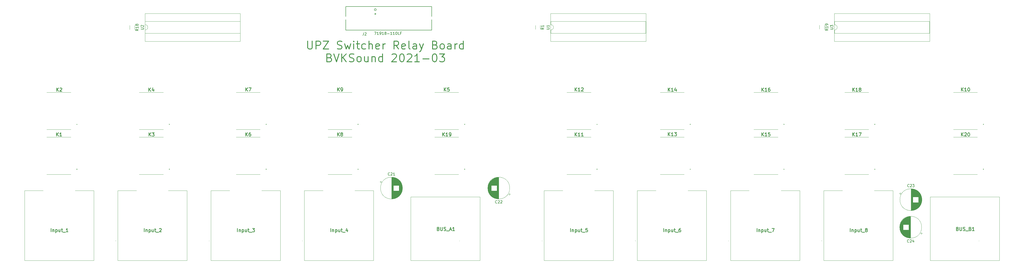
<source format=gbr>
%TF.GenerationSoftware,KiCad,Pcbnew,(5.1.9)-1*%
%TF.CreationDate,2021-03-26T19:38:27+01:00*%
%TF.ProjectId,Main_Relay_Board,4d61696e-5f52-4656-9c61-795f426f6172,rev?*%
%TF.SameCoordinates,Original*%
%TF.FileFunction,Legend,Top*%
%TF.FilePolarity,Positive*%
%FSLAX46Y46*%
G04 Gerber Fmt 4.6, Leading zero omitted, Abs format (unit mm)*
G04 Created by KiCad (PCBNEW (5.1.9)-1) date 2021-03-26 19:38:27*
%MOMM*%
%LPD*%
G01*
G04 APERTURE LIST*
%ADD10C,0.300000*%
%ADD11C,0.100000*%
%ADD12C,0.120000*%
%ADD13C,0.152400*%
%ADD14C,0.200000*%
%ADD15C,0.254000*%
%ADD16C,0.150000*%
G04 APERTURE END LIST*
D10*
X123185714Y-109607142D02*
X123185714Y-112035714D01*
X123328571Y-112321428D01*
X123471428Y-112464285D01*
X123757142Y-112607142D01*
X124328571Y-112607142D01*
X124614285Y-112464285D01*
X124757142Y-112321428D01*
X124900000Y-112035714D01*
X124900000Y-109607142D01*
X126328571Y-112607142D02*
X126328571Y-109607142D01*
X127471428Y-109607142D01*
X127757142Y-109750000D01*
X127900000Y-109892857D01*
X128042857Y-110178571D01*
X128042857Y-110607142D01*
X127900000Y-110892857D01*
X127757142Y-111035714D01*
X127471428Y-111178571D01*
X126328571Y-111178571D01*
X129042857Y-109607142D02*
X131042857Y-109607142D01*
X129042857Y-112607142D01*
X131042857Y-112607142D01*
X134328571Y-112464285D02*
X134757142Y-112607142D01*
X135471428Y-112607142D01*
X135757142Y-112464285D01*
X135900000Y-112321428D01*
X136042857Y-112035714D01*
X136042857Y-111750000D01*
X135900000Y-111464285D01*
X135757142Y-111321428D01*
X135471428Y-111178571D01*
X134900000Y-111035714D01*
X134614285Y-110892857D01*
X134471428Y-110750000D01*
X134328571Y-110464285D01*
X134328571Y-110178571D01*
X134471428Y-109892857D01*
X134614285Y-109750000D01*
X134900000Y-109607142D01*
X135614285Y-109607142D01*
X136042857Y-109750000D01*
X137042857Y-110607142D02*
X137614285Y-112607142D01*
X138185714Y-111178571D01*
X138757142Y-112607142D01*
X139328571Y-110607142D01*
X140471428Y-112607142D02*
X140471428Y-110607142D01*
X140471428Y-109607142D02*
X140328571Y-109750000D01*
X140471428Y-109892857D01*
X140614285Y-109750000D01*
X140471428Y-109607142D01*
X140471428Y-109892857D01*
X141471428Y-110607142D02*
X142614285Y-110607142D01*
X141900000Y-109607142D02*
X141900000Y-112178571D01*
X142042857Y-112464285D01*
X142328571Y-112607142D01*
X142614285Y-112607142D01*
X144900000Y-112464285D02*
X144614285Y-112607142D01*
X144042857Y-112607142D01*
X143757142Y-112464285D01*
X143614285Y-112321428D01*
X143471428Y-112035714D01*
X143471428Y-111178571D01*
X143614285Y-110892857D01*
X143757142Y-110750000D01*
X144042857Y-110607142D01*
X144614285Y-110607142D01*
X144900000Y-110750000D01*
X146185714Y-112607142D02*
X146185714Y-109607142D01*
X147471428Y-112607142D02*
X147471428Y-111035714D01*
X147328571Y-110750000D01*
X147042857Y-110607142D01*
X146614285Y-110607142D01*
X146328571Y-110750000D01*
X146185714Y-110892857D01*
X150042857Y-112464285D02*
X149757142Y-112607142D01*
X149185714Y-112607142D01*
X148900000Y-112464285D01*
X148757142Y-112178571D01*
X148757142Y-111035714D01*
X148900000Y-110750000D01*
X149185714Y-110607142D01*
X149757142Y-110607142D01*
X150042857Y-110750000D01*
X150185714Y-111035714D01*
X150185714Y-111321428D01*
X148757142Y-111607142D01*
X151471428Y-112607142D02*
X151471428Y-110607142D01*
X151471428Y-111178571D02*
X151614285Y-110892857D01*
X151757142Y-110750000D01*
X152042857Y-110607142D01*
X152328571Y-110607142D01*
X157328571Y-112607142D02*
X156328571Y-111178571D01*
X155614285Y-112607142D02*
X155614285Y-109607142D01*
X156757142Y-109607142D01*
X157042857Y-109750000D01*
X157185714Y-109892857D01*
X157328571Y-110178571D01*
X157328571Y-110607142D01*
X157185714Y-110892857D01*
X157042857Y-111035714D01*
X156757142Y-111178571D01*
X155614285Y-111178571D01*
X159757142Y-112464285D02*
X159471428Y-112607142D01*
X158900000Y-112607142D01*
X158614285Y-112464285D01*
X158471428Y-112178571D01*
X158471428Y-111035714D01*
X158614285Y-110750000D01*
X158900000Y-110607142D01*
X159471428Y-110607142D01*
X159757142Y-110750000D01*
X159900000Y-111035714D01*
X159900000Y-111321428D01*
X158471428Y-111607142D01*
X161614285Y-112607142D02*
X161328571Y-112464285D01*
X161185714Y-112178571D01*
X161185714Y-109607142D01*
X164042857Y-112607142D02*
X164042857Y-111035714D01*
X163900000Y-110750000D01*
X163614285Y-110607142D01*
X163042857Y-110607142D01*
X162757142Y-110750000D01*
X164042857Y-112464285D02*
X163757142Y-112607142D01*
X163042857Y-112607142D01*
X162757142Y-112464285D01*
X162614285Y-112178571D01*
X162614285Y-111892857D01*
X162757142Y-111607142D01*
X163042857Y-111464285D01*
X163757142Y-111464285D01*
X164042857Y-111321428D01*
X165185714Y-110607142D02*
X165900000Y-112607142D01*
X166614285Y-110607142D02*
X165900000Y-112607142D01*
X165614285Y-113321428D01*
X165471428Y-113464285D01*
X165185714Y-113607142D01*
X171042857Y-111035714D02*
X171471428Y-111178571D01*
X171614285Y-111321428D01*
X171757142Y-111607142D01*
X171757142Y-112035714D01*
X171614285Y-112321428D01*
X171471428Y-112464285D01*
X171185714Y-112607142D01*
X170042857Y-112607142D01*
X170042857Y-109607142D01*
X171042857Y-109607142D01*
X171328571Y-109750000D01*
X171471428Y-109892857D01*
X171614285Y-110178571D01*
X171614285Y-110464285D01*
X171471428Y-110750000D01*
X171328571Y-110892857D01*
X171042857Y-111035714D01*
X170042857Y-111035714D01*
X173471428Y-112607142D02*
X173185714Y-112464285D01*
X173042857Y-112321428D01*
X172900000Y-112035714D01*
X172900000Y-111178571D01*
X173042857Y-110892857D01*
X173185714Y-110750000D01*
X173471428Y-110607142D01*
X173900000Y-110607142D01*
X174185714Y-110750000D01*
X174328571Y-110892857D01*
X174471428Y-111178571D01*
X174471428Y-112035714D01*
X174328571Y-112321428D01*
X174185714Y-112464285D01*
X173900000Y-112607142D01*
X173471428Y-112607142D01*
X177042857Y-112607142D02*
X177042857Y-111035714D01*
X176900000Y-110750000D01*
X176614285Y-110607142D01*
X176042857Y-110607142D01*
X175757142Y-110750000D01*
X177042857Y-112464285D02*
X176757142Y-112607142D01*
X176042857Y-112607142D01*
X175757142Y-112464285D01*
X175614285Y-112178571D01*
X175614285Y-111892857D01*
X175757142Y-111607142D01*
X176042857Y-111464285D01*
X176757142Y-111464285D01*
X177042857Y-111321428D01*
X178471428Y-112607142D02*
X178471428Y-110607142D01*
X178471428Y-111178571D02*
X178614285Y-110892857D01*
X178757142Y-110750000D01*
X179042857Y-110607142D01*
X179328571Y-110607142D01*
X181614285Y-112607142D02*
X181614285Y-109607142D01*
X181614285Y-112464285D02*
X181328571Y-112607142D01*
X180757142Y-112607142D01*
X180471428Y-112464285D01*
X180328571Y-112321428D01*
X180185714Y-112035714D01*
X180185714Y-111178571D01*
X180328571Y-110892857D01*
X180471428Y-110750000D01*
X180757142Y-110607142D01*
X181328571Y-110607142D01*
X181614285Y-110750000D01*
X131400000Y-115835714D02*
X131828571Y-115978571D01*
X131971428Y-116121428D01*
X132114285Y-116407142D01*
X132114285Y-116835714D01*
X131971428Y-117121428D01*
X131828571Y-117264285D01*
X131542857Y-117407142D01*
X130400000Y-117407142D01*
X130400000Y-114407142D01*
X131400000Y-114407142D01*
X131685714Y-114550000D01*
X131828571Y-114692857D01*
X131971428Y-114978571D01*
X131971428Y-115264285D01*
X131828571Y-115550000D01*
X131685714Y-115692857D01*
X131400000Y-115835714D01*
X130400000Y-115835714D01*
X132971428Y-114407142D02*
X133971428Y-117407142D01*
X134971428Y-114407142D01*
X135971428Y-117407142D02*
X135971428Y-114407142D01*
X137685714Y-117407142D02*
X136400000Y-115692857D01*
X137685714Y-114407142D02*
X135971428Y-116121428D01*
X138828571Y-117264285D02*
X139257142Y-117407142D01*
X139971428Y-117407142D01*
X140257142Y-117264285D01*
X140400000Y-117121428D01*
X140542857Y-116835714D01*
X140542857Y-116550000D01*
X140400000Y-116264285D01*
X140257142Y-116121428D01*
X139971428Y-115978571D01*
X139400000Y-115835714D01*
X139114285Y-115692857D01*
X138971428Y-115550000D01*
X138828571Y-115264285D01*
X138828571Y-114978571D01*
X138971428Y-114692857D01*
X139114285Y-114550000D01*
X139400000Y-114407142D01*
X140114285Y-114407142D01*
X140542857Y-114550000D01*
X142257142Y-117407142D02*
X141971428Y-117264285D01*
X141828571Y-117121428D01*
X141685714Y-116835714D01*
X141685714Y-115978571D01*
X141828571Y-115692857D01*
X141971428Y-115550000D01*
X142257142Y-115407142D01*
X142685714Y-115407142D01*
X142971428Y-115550000D01*
X143114285Y-115692857D01*
X143257142Y-115978571D01*
X143257142Y-116835714D01*
X143114285Y-117121428D01*
X142971428Y-117264285D01*
X142685714Y-117407142D01*
X142257142Y-117407142D01*
X145828571Y-115407142D02*
X145828571Y-117407142D01*
X144542857Y-115407142D02*
X144542857Y-116978571D01*
X144685714Y-117264285D01*
X144971428Y-117407142D01*
X145400000Y-117407142D01*
X145685714Y-117264285D01*
X145828571Y-117121428D01*
X147257142Y-115407142D02*
X147257142Y-117407142D01*
X147257142Y-115692857D02*
X147400000Y-115550000D01*
X147685714Y-115407142D01*
X148114285Y-115407142D01*
X148400000Y-115550000D01*
X148542857Y-115835714D01*
X148542857Y-117407142D01*
X151257142Y-117407142D02*
X151257142Y-114407142D01*
X151257142Y-117264285D02*
X150971428Y-117407142D01*
X150400000Y-117407142D01*
X150114285Y-117264285D01*
X149971428Y-117121428D01*
X149828571Y-116835714D01*
X149828571Y-115978571D01*
X149971428Y-115692857D01*
X150114285Y-115550000D01*
X150400000Y-115407142D01*
X150971428Y-115407142D01*
X151257142Y-115550000D01*
X154828571Y-114692857D02*
X154971428Y-114550000D01*
X155257142Y-114407142D01*
X155971428Y-114407142D01*
X156257142Y-114550000D01*
X156400000Y-114692857D01*
X156542857Y-114978571D01*
X156542857Y-115264285D01*
X156400000Y-115692857D01*
X154685714Y-117407142D01*
X156542857Y-117407142D01*
X158400000Y-114407142D02*
X158685714Y-114407142D01*
X158971428Y-114550000D01*
X159114285Y-114692857D01*
X159257142Y-114978571D01*
X159400000Y-115550000D01*
X159400000Y-116264285D01*
X159257142Y-116835714D01*
X159114285Y-117121428D01*
X158971428Y-117264285D01*
X158685714Y-117407142D01*
X158400000Y-117407142D01*
X158114285Y-117264285D01*
X157971428Y-117121428D01*
X157828571Y-116835714D01*
X157685714Y-116264285D01*
X157685714Y-115550000D01*
X157828571Y-114978571D01*
X157971428Y-114692857D01*
X158114285Y-114550000D01*
X158400000Y-114407142D01*
X160542857Y-114692857D02*
X160685714Y-114550000D01*
X160971428Y-114407142D01*
X161685714Y-114407142D01*
X161971428Y-114550000D01*
X162114285Y-114692857D01*
X162257142Y-114978571D01*
X162257142Y-115264285D01*
X162114285Y-115692857D01*
X160400000Y-117407142D01*
X162257142Y-117407142D01*
X165114285Y-117407142D02*
X163400000Y-117407142D01*
X164257142Y-117407142D02*
X164257142Y-114407142D01*
X163971428Y-114835714D01*
X163685714Y-115121428D01*
X163400000Y-115264285D01*
X166400000Y-116264285D02*
X168685714Y-116264285D01*
X170685714Y-114407142D02*
X170971428Y-114407142D01*
X171257142Y-114550000D01*
X171400000Y-114692857D01*
X171542857Y-114978571D01*
X171685714Y-115550000D01*
X171685714Y-116264285D01*
X171542857Y-116835714D01*
X171400000Y-117121428D01*
X171257142Y-117264285D01*
X170971428Y-117407142D01*
X170685714Y-117407142D01*
X170400000Y-117264285D01*
X170257142Y-117121428D01*
X170114285Y-116835714D01*
X169971428Y-116264285D01*
X169971428Y-115550000D01*
X170114285Y-114978571D01*
X170257142Y-114692857D01*
X170400000Y-114550000D01*
X170685714Y-114407142D01*
X172685714Y-114407142D02*
X174542857Y-114407142D01*
X173542857Y-115550000D01*
X173971428Y-115550000D01*
X174257142Y-115692857D01*
X174400000Y-115835714D01*
X174542857Y-116121428D01*
X174542857Y-116835714D01*
X174400000Y-117121428D01*
X174257142Y-117264285D01*
X173971428Y-117407142D01*
X173114285Y-117407142D01*
X172828571Y-117264285D01*
X172685714Y-117121428D01*
D11*
%TO.C,Input_1*%
X35885720Y-165876480D02*
X42885720Y-165876480D01*
X42885720Y-165876480D02*
X42885720Y-192226480D01*
X42885720Y-192226480D02*
X16885720Y-192226480D01*
X16885720Y-192226480D02*
X16885720Y-165876480D01*
X16885720Y-165876480D02*
X23885720Y-165876480D01*
%TO.C,Input_8*%
X335885720Y-165876480D02*
X342885720Y-165876480D01*
X342885720Y-165876480D02*
X342885720Y-192226480D01*
X342885720Y-192226480D02*
X316885720Y-192226480D01*
X316885720Y-192226480D02*
X316885720Y-165876480D01*
X316885720Y-165876480D02*
X323885720Y-165876480D01*
%TO.C,Input_7*%
X300885720Y-165876480D02*
X307885720Y-165876480D01*
X307885720Y-165876480D02*
X307885720Y-192226480D01*
X307885720Y-192226480D02*
X281885720Y-192226480D01*
X281885720Y-192226480D02*
X281885720Y-165876480D01*
X281885720Y-165876480D02*
X288885720Y-165876480D01*
%TO.C,Input_6*%
X265885720Y-165876480D02*
X272885720Y-165876480D01*
X272885720Y-165876480D02*
X272885720Y-192226480D01*
X272885720Y-192226480D02*
X246885720Y-192226480D01*
X246885720Y-192226480D02*
X246885720Y-165876480D01*
X246885720Y-165876480D02*
X253885720Y-165876480D01*
%TO.C,Input_5*%
X230885720Y-165876480D02*
X237885720Y-165876480D01*
X237885720Y-165876480D02*
X237885720Y-192226480D01*
X237885720Y-192226480D02*
X211885720Y-192226480D01*
X211885720Y-192226480D02*
X211885720Y-165876480D01*
X211885720Y-165876480D02*
X218885720Y-165876480D01*
%TO.C,Input_4*%
X140885720Y-165876480D02*
X147885720Y-165876480D01*
X147885720Y-165876480D02*
X147885720Y-192226480D01*
X147885720Y-192226480D02*
X121885720Y-192226480D01*
X121885720Y-192226480D02*
X121885720Y-165876480D01*
X121885720Y-165876480D02*
X128885720Y-165876480D01*
%TO.C,Input_3*%
X105885720Y-165876480D02*
X112885720Y-165876480D01*
X112885720Y-165876480D02*
X112885720Y-192226480D01*
X112885720Y-192226480D02*
X86885720Y-192226480D01*
X86885720Y-192226480D02*
X86885720Y-165876480D01*
X86885720Y-165876480D02*
X93885720Y-165876480D01*
%TO.C,Input_2*%
X70885720Y-165876480D02*
X77885720Y-165876480D01*
X77885720Y-165876480D02*
X77885720Y-192226480D01*
X77885720Y-192226480D02*
X51885720Y-192226480D01*
X51885720Y-192226480D02*
X51885720Y-165876480D01*
X51885720Y-165876480D02*
X58885720Y-165876480D01*
D12*
%TO.C,C22*%
X199016800Y-164960300D02*
G75*
G03*
X199016800Y-164960300I-4120000J0D01*
G01*
X194896800Y-169040300D02*
X194896800Y-160880300D01*
X194856800Y-169040300D02*
X194856800Y-160880300D01*
X194816800Y-169040300D02*
X194816800Y-160880300D01*
X194776800Y-169039300D02*
X194776800Y-160881300D01*
X194736800Y-169037300D02*
X194736800Y-160883300D01*
X194696800Y-169036300D02*
X194696800Y-160884300D01*
X194656800Y-169034300D02*
X194656800Y-160886300D01*
X194616800Y-169031300D02*
X194616800Y-160889300D01*
X194576800Y-169028300D02*
X194576800Y-160892300D01*
X194536800Y-169025300D02*
X194536800Y-160895300D01*
X194496800Y-169021300D02*
X194496800Y-160899300D01*
X194456800Y-169017300D02*
X194456800Y-160903300D01*
X194416800Y-169012300D02*
X194416800Y-160908300D01*
X194376800Y-169008300D02*
X194376800Y-160912300D01*
X194336800Y-169002300D02*
X194336800Y-160918300D01*
X194296800Y-168997300D02*
X194296800Y-160923300D01*
X194256800Y-168990300D02*
X194256800Y-160930300D01*
X194216800Y-168984300D02*
X194216800Y-160936300D01*
X194175800Y-168977300D02*
X194175800Y-166000300D01*
X194175800Y-163920300D02*
X194175800Y-160943300D01*
X194135800Y-168970300D02*
X194135800Y-166000300D01*
X194135800Y-163920300D02*
X194135800Y-160950300D01*
X194095800Y-168962300D02*
X194095800Y-166000300D01*
X194095800Y-163920300D02*
X194095800Y-160958300D01*
X194055800Y-168954300D02*
X194055800Y-166000300D01*
X194055800Y-163920300D02*
X194055800Y-160966300D01*
X194015800Y-168945300D02*
X194015800Y-166000300D01*
X194015800Y-163920300D02*
X194015800Y-160975300D01*
X193975800Y-168936300D02*
X193975800Y-166000300D01*
X193975800Y-163920300D02*
X193975800Y-160984300D01*
X193935800Y-168927300D02*
X193935800Y-166000300D01*
X193935800Y-163920300D02*
X193935800Y-160993300D01*
X193895800Y-168917300D02*
X193895800Y-166000300D01*
X193895800Y-163920300D02*
X193895800Y-161003300D01*
X193855800Y-168907300D02*
X193855800Y-166000300D01*
X193855800Y-163920300D02*
X193855800Y-161013300D01*
X193815800Y-168896300D02*
X193815800Y-166000300D01*
X193815800Y-163920300D02*
X193815800Y-161024300D01*
X193775800Y-168885300D02*
X193775800Y-166000300D01*
X193775800Y-163920300D02*
X193775800Y-161035300D01*
X193735800Y-168874300D02*
X193735800Y-166000300D01*
X193735800Y-163920300D02*
X193735800Y-161046300D01*
X193695800Y-168862300D02*
X193695800Y-166000300D01*
X193695800Y-163920300D02*
X193695800Y-161058300D01*
X193655800Y-168849300D02*
X193655800Y-166000300D01*
X193655800Y-163920300D02*
X193655800Y-161071300D01*
X193615800Y-168837300D02*
X193615800Y-166000300D01*
X193615800Y-163920300D02*
X193615800Y-161083300D01*
X193575800Y-168823300D02*
X193575800Y-166000300D01*
X193575800Y-163920300D02*
X193575800Y-161097300D01*
X193535800Y-168810300D02*
X193535800Y-166000300D01*
X193535800Y-163920300D02*
X193535800Y-161110300D01*
X193495800Y-168795300D02*
X193495800Y-166000300D01*
X193495800Y-163920300D02*
X193495800Y-161125300D01*
X193455800Y-168781300D02*
X193455800Y-166000300D01*
X193455800Y-163920300D02*
X193455800Y-161139300D01*
X193415800Y-168765300D02*
X193415800Y-166000300D01*
X193415800Y-163920300D02*
X193415800Y-161155300D01*
X193375800Y-168750300D02*
X193375800Y-166000300D01*
X193375800Y-163920300D02*
X193375800Y-161170300D01*
X193335800Y-168734300D02*
X193335800Y-166000300D01*
X193335800Y-163920300D02*
X193335800Y-161186300D01*
X193295800Y-168717300D02*
X193295800Y-166000300D01*
X193295800Y-163920300D02*
X193295800Y-161203300D01*
X193255800Y-168700300D02*
X193255800Y-166000300D01*
X193255800Y-163920300D02*
X193255800Y-161220300D01*
X193215800Y-168682300D02*
X193215800Y-166000300D01*
X193215800Y-163920300D02*
X193215800Y-161238300D01*
X193175800Y-168664300D02*
X193175800Y-166000300D01*
X193175800Y-163920300D02*
X193175800Y-161256300D01*
X193135800Y-168646300D02*
X193135800Y-166000300D01*
X193135800Y-163920300D02*
X193135800Y-161274300D01*
X193095800Y-168626300D02*
X193095800Y-166000300D01*
X193095800Y-163920300D02*
X193095800Y-161294300D01*
X193055800Y-168607300D02*
X193055800Y-166000300D01*
X193055800Y-163920300D02*
X193055800Y-161313300D01*
X193015800Y-168587300D02*
X193015800Y-166000300D01*
X193015800Y-163920300D02*
X193015800Y-161333300D01*
X192975800Y-168566300D02*
X192975800Y-166000300D01*
X192975800Y-163920300D02*
X192975800Y-161354300D01*
X192935800Y-168544300D02*
X192935800Y-166000300D01*
X192935800Y-163920300D02*
X192935800Y-161376300D01*
X192895800Y-168522300D02*
X192895800Y-166000300D01*
X192895800Y-163920300D02*
X192895800Y-161398300D01*
X192855800Y-168500300D02*
X192855800Y-166000300D01*
X192855800Y-163920300D02*
X192855800Y-161420300D01*
X192815800Y-168477300D02*
X192815800Y-166000300D01*
X192815800Y-163920300D02*
X192815800Y-161443300D01*
X192775800Y-168453300D02*
X192775800Y-166000300D01*
X192775800Y-163920300D02*
X192775800Y-161467300D01*
X192735800Y-168429300D02*
X192735800Y-166000300D01*
X192735800Y-163920300D02*
X192735800Y-161491300D01*
X192695800Y-168404300D02*
X192695800Y-166000300D01*
X192695800Y-163920300D02*
X192695800Y-161516300D01*
X192655800Y-168378300D02*
X192655800Y-166000300D01*
X192655800Y-163920300D02*
X192655800Y-161542300D01*
X192615800Y-168352300D02*
X192615800Y-166000300D01*
X192615800Y-163920300D02*
X192615800Y-161568300D01*
X192575800Y-168325300D02*
X192575800Y-166000300D01*
X192575800Y-163920300D02*
X192575800Y-161595300D01*
X192535800Y-168298300D02*
X192535800Y-166000300D01*
X192535800Y-163920300D02*
X192535800Y-161622300D01*
X192495800Y-168269300D02*
X192495800Y-166000300D01*
X192495800Y-163920300D02*
X192495800Y-161651300D01*
X192455800Y-168240300D02*
X192455800Y-166000300D01*
X192455800Y-163920300D02*
X192455800Y-161680300D01*
X192415800Y-168210300D02*
X192415800Y-166000300D01*
X192415800Y-163920300D02*
X192415800Y-161710300D01*
X192375800Y-168180300D02*
X192375800Y-166000300D01*
X192375800Y-163920300D02*
X192375800Y-161740300D01*
X192335800Y-168149300D02*
X192335800Y-166000300D01*
X192335800Y-163920300D02*
X192335800Y-161771300D01*
X192295800Y-168116300D02*
X192295800Y-166000300D01*
X192295800Y-163920300D02*
X192295800Y-161804300D01*
X192255800Y-168084300D02*
X192255800Y-166000300D01*
X192255800Y-163920300D02*
X192255800Y-161836300D01*
X192215800Y-168050300D02*
X192215800Y-166000300D01*
X192215800Y-163920300D02*
X192215800Y-161870300D01*
X192175800Y-168015300D02*
X192175800Y-166000300D01*
X192175800Y-163920300D02*
X192175800Y-161905300D01*
X192135800Y-167979300D02*
X192135800Y-166000300D01*
X192135800Y-163920300D02*
X192135800Y-161941300D01*
X192095800Y-167943300D02*
X192095800Y-161977300D01*
X192055800Y-167905300D02*
X192055800Y-162015300D01*
X192015800Y-167867300D02*
X192015800Y-162053300D01*
X191975800Y-167827300D02*
X191975800Y-162093300D01*
X191935800Y-167786300D02*
X191935800Y-162134300D01*
X191895800Y-167744300D02*
X191895800Y-162176300D01*
X191855800Y-167701300D02*
X191855800Y-162219300D01*
X191815800Y-167657300D02*
X191815800Y-162263300D01*
X191775800Y-167611300D02*
X191775800Y-162309300D01*
X191735800Y-167564300D02*
X191735800Y-162356300D01*
X191695800Y-167516300D02*
X191695800Y-162404300D01*
X191655800Y-167465300D02*
X191655800Y-162455300D01*
X191615800Y-167414300D02*
X191615800Y-162506300D01*
X191575800Y-167360300D02*
X191575800Y-162560300D01*
X191535800Y-167305300D02*
X191535800Y-162615300D01*
X191495800Y-167247300D02*
X191495800Y-162673300D01*
X191455800Y-167188300D02*
X191455800Y-162732300D01*
X191415800Y-167126300D02*
X191415800Y-162794300D01*
X191375800Y-167062300D02*
X191375800Y-162858300D01*
X191335800Y-166994300D02*
X191335800Y-162926300D01*
X191295800Y-166924300D02*
X191295800Y-162996300D01*
X191255800Y-166850300D02*
X191255800Y-163070300D01*
X191215800Y-166773300D02*
X191215800Y-163147300D01*
X191175800Y-166691300D02*
X191175800Y-163229300D01*
X191135800Y-166605300D02*
X191135800Y-163315300D01*
X191095800Y-166512300D02*
X191095800Y-163408300D01*
X191055800Y-166413300D02*
X191055800Y-163507300D01*
X191015800Y-166306300D02*
X191015800Y-163614300D01*
X190975800Y-166189300D02*
X190975800Y-163731300D01*
X190935800Y-166058300D02*
X190935800Y-163862300D01*
X190895800Y-165908300D02*
X190895800Y-164012300D01*
X190855800Y-165728300D02*
X190855800Y-164192300D01*
X190815800Y-165493300D02*
X190815800Y-164427300D01*
X199306498Y-167275300D02*
X198506498Y-167275300D01*
X198906498Y-167675300D02*
X198906498Y-166875300D01*
%TO.C,C24*%
X353639300Y-179705000D02*
G75*
G03*
X353639300Y-179705000I-4120000J0D01*
G01*
X349519300Y-183785000D02*
X349519300Y-175625000D01*
X349479300Y-183785000D02*
X349479300Y-175625000D01*
X349439300Y-183785000D02*
X349439300Y-175625000D01*
X349399300Y-183784000D02*
X349399300Y-175626000D01*
X349359300Y-183782000D02*
X349359300Y-175628000D01*
X349319300Y-183781000D02*
X349319300Y-175629000D01*
X349279300Y-183779000D02*
X349279300Y-175631000D01*
X349239300Y-183776000D02*
X349239300Y-175634000D01*
X349199300Y-183773000D02*
X349199300Y-175637000D01*
X349159300Y-183770000D02*
X349159300Y-175640000D01*
X349119300Y-183766000D02*
X349119300Y-175644000D01*
X349079300Y-183762000D02*
X349079300Y-175648000D01*
X349039300Y-183757000D02*
X349039300Y-175653000D01*
X348999300Y-183753000D02*
X348999300Y-175657000D01*
X348959300Y-183747000D02*
X348959300Y-175663000D01*
X348919300Y-183742000D02*
X348919300Y-175668000D01*
X348879300Y-183735000D02*
X348879300Y-175675000D01*
X348839300Y-183729000D02*
X348839300Y-175681000D01*
X348798300Y-183722000D02*
X348798300Y-180745000D01*
X348798300Y-178665000D02*
X348798300Y-175688000D01*
X348758300Y-183715000D02*
X348758300Y-180745000D01*
X348758300Y-178665000D02*
X348758300Y-175695000D01*
X348718300Y-183707000D02*
X348718300Y-180745000D01*
X348718300Y-178665000D02*
X348718300Y-175703000D01*
X348678300Y-183699000D02*
X348678300Y-180745000D01*
X348678300Y-178665000D02*
X348678300Y-175711000D01*
X348638300Y-183690000D02*
X348638300Y-180745000D01*
X348638300Y-178665000D02*
X348638300Y-175720000D01*
X348598300Y-183681000D02*
X348598300Y-180745000D01*
X348598300Y-178665000D02*
X348598300Y-175729000D01*
X348558300Y-183672000D02*
X348558300Y-180745000D01*
X348558300Y-178665000D02*
X348558300Y-175738000D01*
X348518300Y-183662000D02*
X348518300Y-180745000D01*
X348518300Y-178665000D02*
X348518300Y-175748000D01*
X348478300Y-183652000D02*
X348478300Y-180745000D01*
X348478300Y-178665000D02*
X348478300Y-175758000D01*
X348438300Y-183641000D02*
X348438300Y-180745000D01*
X348438300Y-178665000D02*
X348438300Y-175769000D01*
X348398300Y-183630000D02*
X348398300Y-180745000D01*
X348398300Y-178665000D02*
X348398300Y-175780000D01*
X348358300Y-183619000D02*
X348358300Y-180745000D01*
X348358300Y-178665000D02*
X348358300Y-175791000D01*
X348318300Y-183607000D02*
X348318300Y-180745000D01*
X348318300Y-178665000D02*
X348318300Y-175803000D01*
X348278300Y-183594000D02*
X348278300Y-180745000D01*
X348278300Y-178665000D02*
X348278300Y-175816000D01*
X348238300Y-183582000D02*
X348238300Y-180745000D01*
X348238300Y-178665000D02*
X348238300Y-175828000D01*
X348198300Y-183568000D02*
X348198300Y-180745000D01*
X348198300Y-178665000D02*
X348198300Y-175842000D01*
X348158300Y-183555000D02*
X348158300Y-180745000D01*
X348158300Y-178665000D02*
X348158300Y-175855000D01*
X348118300Y-183540000D02*
X348118300Y-180745000D01*
X348118300Y-178665000D02*
X348118300Y-175870000D01*
X348078300Y-183526000D02*
X348078300Y-180745000D01*
X348078300Y-178665000D02*
X348078300Y-175884000D01*
X348038300Y-183510000D02*
X348038300Y-180745000D01*
X348038300Y-178665000D02*
X348038300Y-175900000D01*
X347998300Y-183495000D02*
X347998300Y-180745000D01*
X347998300Y-178665000D02*
X347998300Y-175915000D01*
X347958300Y-183479000D02*
X347958300Y-180745000D01*
X347958300Y-178665000D02*
X347958300Y-175931000D01*
X347918300Y-183462000D02*
X347918300Y-180745000D01*
X347918300Y-178665000D02*
X347918300Y-175948000D01*
X347878300Y-183445000D02*
X347878300Y-180745000D01*
X347878300Y-178665000D02*
X347878300Y-175965000D01*
X347838300Y-183427000D02*
X347838300Y-180745000D01*
X347838300Y-178665000D02*
X347838300Y-175983000D01*
X347798300Y-183409000D02*
X347798300Y-180745000D01*
X347798300Y-178665000D02*
X347798300Y-176001000D01*
X347758300Y-183391000D02*
X347758300Y-180745000D01*
X347758300Y-178665000D02*
X347758300Y-176019000D01*
X347718300Y-183371000D02*
X347718300Y-180745000D01*
X347718300Y-178665000D02*
X347718300Y-176039000D01*
X347678300Y-183352000D02*
X347678300Y-180745000D01*
X347678300Y-178665000D02*
X347678300Y-176058000D01*
X347638300Y-183332000D02*
X347638300Y-180745000D01*
X347638300Y-178665000D02*
X347638300Y-176078000D01*
X347598300Y-183311000D02*
X347598300Y-180745000D01*
X347598300Y-178665000D02*
X347598300Y-176099000D01*
X347558300Y-183289000D02*
X347558300Y-180745000D01*
X347558300Y-178665000D02*
X347558300Y-176121000D01*
X347518300Y-183267000D02*
X347518300Y-180745000D01*
X347518300Y-178665000D02*
X347518300Y-176143000D01*
X347478300Y-183245000D02*
X347478300Y-180745000D01*
X347478300Y-178665000D02*
X347478300Y-176165000D01*
X347438300Y-183222000D02*
X347438300Y-180745000D01*
X347438300Y-178665000D02*
X347438300Y-176188000D01*
X347398300Y-183198000D02*
X347398300Y-180745000D01*
X347398300Y-178665000D02*
X347398300Y-176212000D01*
X347358300Y-183174000D02*
X347358300Y-180745000D01*
X347358300Y-178665000D02*
X347358300Y-176236000D01*
X347318300Y-183149000D02*
X347318300Y-180745000D01*
X347318300Y-178665000D02*
X347318300Y-176261000D01*
X347278300Y-183123000D02*
X347278300Y-180745000D01*
X347278300Y-178665000D02*
X347278300Y-176287000D01*
X347238300Y-183097000D02*
X347238300Y-180745000D01*
X347238300Y-178665000D02*
X347238300Y-176313000D01*
X347198300Y-183070000D02*
X347198300Y-180745000D01*
X347198300Y-178665000D02*
X347198300Y-176340000D01*
X347158300Y-183043000D02*
X347158300Y-180745000D01*
X347158300Y-178665000D02*
X347158300Y-176367000D01*
X347118300Y-183014000D02*
X347118300Y-180745000D01*
X347118300Y-178665000D02*
X347118300Y-176396000D01*
X347078300Y-182985000D02*
X347078300Y-180745000D01*
X347078300Y-178665000D02*
X347078300Y-176425000D01*
X347038300Y-182955000D02*
X347038300Y-180745000D01*
X347038300Y-178665000D02*
X347038300Y-176455000D01*
X346998300Y-182925000D02*
X346998300Y-180745000D01*
X346998300Y-178665000D02*
X346998300Y-176485000D01*
X346958300Y-182894000D02*
X346958300Y-180745000D01*
X346958300Y-178665000D02*
X346958300Y-176516000D01*
X346918300Y-182861000D02*
X346918300Y-180745000D01*
X346918300Y-178665000D02*
X346918300Y-176549000D01*
X346878300Y-182829000D02*
X346878300Y-180745000D01*
X346878300Y-178665000D02*
X346878300Y-176581000D01*
X346838300Y-182795000D02*
X346838300Y-180745000D01*
X346838300Y-178665000D02*
X346838300Y-176615000D01*
X346798300Y-182760000D02*
X346798300Y-180745000D01*
X346798300Y-178665000D02*
X346798300Y-176650000D01*
X346758300Y-182724000D02*
X346758300Y-180745000D01*
X346758300Y-178665000D02*
X346758300Y-176686000D01*
X346718300Y-182688000D02*
X346718300Y-176722000D01*
X346678300Y-182650000D02*
X346678300Y-176760000D01*
X346638300Y-182612000D02*
X346638300Y-176798000D01*
X346598300Y-182572000D02*
X346598300Y-176838000D01*
X346558300Y-182531000D02*
X346558300Y-176879000D01*
X346518300Y-182489000D02*
X346518300Y-176921000D01*
X346478300Y-182446000D02*
X346478300Y-176964000D01*
X346438300Y-182402000D02*
X346438300Y-177008000D01*
X346398300Y-182356000D02*
X346398300Y-177054000D01*
X346358300Y-182309000D02*
X346358300Y-177101000D01*
X346318300Y-182261000D02*
X346318300Y-177149000D01*
X346278300Y-182210000D02*
X346278300Y-177200000D01*
X346238300Y-182159000D02*
X346238300Y-177251000D01*
X346198300Y-182105000D02*
X346198300Y-177305000D01*
X346158300Y-182050000D02*
X346158300Y-177360000D01*
X346118300Y-181992000D02*
X346118300Y-177418000D01*
X346078300Y-181933000D02*
X346078300Y-177477000D01*
X346038300Y-181871000D02*
X346038300Y-177539000D01*
X345998300Y-181807000D02*
X345998300Y-177603000D01*
X345958300Y-181739000D02*
X345958300Y-177671000D01*
X345918300Y-181669000D02*
X345918300Y-177741000D01*
X345878300Y-181595000D02*
X345878300Y-177815000D01*
X345838300Y-181518000D02*
X345838300Y-177892000D01*
X345798300Y-181436000D02*
X345798300Y-177974000D01*
X345758300Y-181350000D02*
X345758300Y-178060000D01*
X345718300Y-181257000D02*
X345718300Y-178153000D01*
X345678300Y-181158000D02*
X345678300Y-178252000D01*
X345638300Y-181051000D02*
X345638300Y-178359000D01*
X345598300Y-180934000D02*
X345598300Y-178476000D01*
X345558300Y-180803000D02*
X345558300Y-178607000D01*
X345518300Y-180653000D02*
X345518300Y-178757000D01*
X345478300Y-180473000D02*
X345478300Y-178937000D01*
X345438300Y-180238000D02*
X345438300Y-179172000D01*
X353928998Y-182020000D02*
X353128998Y-182020000D01*
X353528998Y-182420000D02*
X353528998Y-181620000D01*
%TO.C,C23*%
X353735700Y-169329100D02*
G75*
G03*
X353735700Y-169329100I-4120000J0D01*
G01*
X349615700Y-165249100D02*
X349615700Y-173409100D01*
X349655700Y-165249100D02*
X349655700Y-173409100D01*
X349695700Y-165249100D02*
X349695700Y-173409100D01*
X349735700Y-165250100D02*
X349735700Y-173408100D01*
X349775700Y-165252100D02*
X349775700Y-173406100D01*
X349815700Y-165253100D02*
X349815700Y-173405100D01*
X349855700Y-165255100D02*
X349855700Y-173403100D01*
X349895700Y-165258100D02*
X349895700Y-173400100D01*
X349935700Y-165261100D02*
X349935700Y-173397100D01*
X349975700Y-165264100D02*
X349975700Y-173394100D01*
X350015700Y-165268100D02*
X350015700Y-173390100D01*
X350055700Y-165272100D02*
X350055700Y-173386100D01*
X350095700Y-165277100D02*
X350095700Y-173381100D01*
X350135700Y-165281100D02*
X350135700Y-173377100D01*
X350175700Y-165287100D02*
X350175700Y-173371100D01*
X350215700Y-165292100D02*
X350215700Y-173366100D01*
X350255700Y-165299100D02*
X350255700Y-173359100D01*
X350295700Y-165305100D02*
X350295700Y-173353100D01*
X350336700Y-165312100D02*
X350336700Y-168289100D01*
X350336700Y-170369100D02*
X350336700Y-173346100D01*
X350376700Y-165319100D02*
X350376700Y-168289100D01*
X350376700Y-170369100D02*
X350376700Y-173339100D01*
X350416700Y-165327100D02*
X350416700Y-168289100D01*
X350416700Y-170369100D02*
X350416700Y-173331100D01*
X350456700Y-165335100D02*
X350456700Y-168289100D01*
X350456700Y-170369100D02*
X350456700Y-173323100D01*
X350496700Y-165344100D02*
X350496700Y-168289100D01*
X350496700Y-170369100D02*
X350496700Y-173314100D01*
X350536700Y-165353100D02*
X350536700Y-168289100D01*
X350536700Y-170369100D02*
X350536700Y-173305100D01*
X350576700Y-165362100D02*
X350576700Y-168289100D01*
X350576700Y-170369100D02*
X350576700Y-173296100D01*
X350616700Y-165372100D02*
X350616700Y-168289100D01*
X350616700Y-170369100D02*
X350616700Y-173286100D01*
X350656700Y-165382100D02*
X350656700Y-168289100D01*
X350656700Y-170369100D02*
X350656700Y-173276100D01*
X350696700Y-165393100D02*
X350696700Y-168289100D01*
X350696700Y-170369100D02*
X350696700Y-173265100D01*
X350736700Y-165404100D02*
X350736700Y-168289100D01*
X350736700Y-170369100D02*
X350736700Y-173254100D01*
X350776700Y-165415100D02*
X350776700Y-168289100D01*
X350776700Y-170369100D02*
X350776700Y-173243100D01*
X350816700Y-165427100D02*
X350816700Y-168289100D01*
X350816700Y-170369100D02*
X350816700Y-173231100D01*
X350856700Y-165440100D02*
X350856700Y-168289100D01*
X350856700Y-170369100D02*
X350856700Y-173218100D01*
X350896700Y-165452100D02*
X350896700Y-168289100D01*
X350896700Y-170369100D02*
X350896700Y-173206100D01*
X350936700Y-165466100D02*
X350936700Y-168289100D01*
X350936700Y-170369100D02*
X350936700Y-173192100D01*
X350976700Y-165479100D02*
X350976700Y-168289100D01*
X350976700Y-170369100D02*
X350976700Y-173179100D01*
X351016700Y-165494100D02*
X351016700Y-168289100D01*
X351016700Y-170369100D02*
X351016700Y-173164100D01*
X351056700Y-165508100D02*
X351056700Y-168289100D01*
X351056700Y-170369100D02*
X351056700Y-173150100D01*
X351096700Y-165524100D02*
X351096700Y-168289100D01*
X351096700Y-170369100D02*
X351096700Y-173134100D01*
X351136700Y-165539100D02*
X351136700Y-168289100D01*
X351136700Y-170369100D02*
X351136700Y-173119100D01*
X351176700Y-165555100D02*
X351176700Y-168289100D01*
X351176700Y-170369100D02*
X351176700Y-173103100D01*
X351216700Y-165572100D02*
X351216700Y-168289100D01*
X351216700Y-170369100D02*
X351216700Y-173086100D01*
X351256700Y-165589100D02*
X351256700Y-168289100D01*
X351256700Y-170369100D02*
X351256700Y-173069100D01*
X351296700Y-165607100D02*
X351296700Y-168289100D01*
X351296700Y-170369100D02*
X351296700Y-173051100D01*
X351336700Y-165625100D02*
X351336700Y-168289100D01*
X351336700Y-170369100D02*
X351336700Y-173033100D01*
X351376700Y-165643100D02*
X351376700Y-168289100D01*
X351376700Y-170369100D02*
X351376700Y-173015100D01*
X351416700Y-165663100D02*
X351416700Y-168289100D01*
X351416700Y-170369100D02*
X351416700Y-172995100D01*
X351456700Y-165682100D02*
X351456700Y-168289100D01*
X351456700Y-170369100D02*
X351456700Y-172976100D01*
X351496700Y-165702100D02*
X351496700Y-168289100D01*
X351496700Y-170369100D02*
X351496700Y-172956100D01*
X351536700Y-165723100D02*
X351536700Y-168289100D01*
X351536700Y-170369100D02*
X351536700Y-172935100D01*
X351576700Y-165745100D02*
X351576700Y-168289100D01*
X351576700Y-170369100D02*
X351576700Y-172913100D01*
X351616700Y-165767100D02*
X351616700Y-168289100D01*
X351616700Y-170369100D02*
X351616700Y-172891100D01*
X351656700Y-165789100D02*
X351656700Y-168289100D01*
X351656700Y-170369100D02*
X351656700Y-172869100D01*
X351696700Y-165812100D02*
X351696700Y-168289100D01*
X351696700Y-170369100D02*
X351696700Y-172846100D01*
X351736700Y-165836100D02*
X351736700Y-168289100D01*
X351736700Y-170369100D02*
X351736700Y-172822100D01*
X351776700Y-165860100D02*
X351776700Y-168289100D01*
X351776700Y-170369100D02*
X351776700Y-172798100D01*
X351816700Y-165885100D02*
X351816700Y-168289100D01*
X351816700Y-170369100D02*
X351816700Y-172773100D01*
X351856700Y-165911100D02*
X351856700Y-168289100D01*
X351856700Y-170369100D02*
X351856700Y-172747100D01*
X351896700Y-165937100D02*
X351896700Y-168289100D01*
X351896700Y-170369100D02*
X351896700Y-172721100D01*
X351936700Y-165964100D02*
X351936700Y-168289100D01*
X351936700Y-170369100D02*
X351936700Y-172694100D01*
X351976700Y-165991100D02*
X351976700Y-168289100D01*
X351976700Y-170369100D02*
X351976700Y-172667100D01*
X352016700Y-166020100D02*
X352016700Y-168289100D01*
X352016700Y-170369100D02*
X352016700Y-172638100D01*
X352056700Y-166049100D02*
X352056700Y-168289100D01*
X352056700Y-170369100D02*
X352056700Y-172609100D01*
X352096700Y-166079100D02*
X352096700Y-168289100D01*
X352096700Y-170369100D02*
X352096700Y-172579100D01*
X352136700Y-166109100D02*
X352136700Y-168289100D01*
X352136700Y-170369100D02*
X352136700Y-172549100D01*
X352176700Y-166140100D02*
X352176700Y-168289100D01*
X352176700Y-170369100D02*
X352176700Y-172518100D01*
X352216700Y-166173100D02*
X352216700Y-168289100D01*
X352216700Y-170369100D02*
X352216700Y-172485100D01*
X352256700Y-166205100D02*
X352256700Y-168289100D01*
X352256700Y-170369100D02*
X352256700Y-172453100D01*
X352296700Y-166239100D02*
X352296700Y-168289100D01*
X352296700Y-170369100D02*
X352296700Y-172419100D01*
X352336700Y-166274100D02*
X352336700Y-168289100D01*
X352336700Y-170369100D02*
X352336700Y-172384100D01*
X352376700Y-166310100D02*
X352376700Y-168289100D01*
X352376700Y-170369100D02*
X352376700Y-172348100D01*
X352416700Y-166346100D02*
X352416700Y-172312100D01*
X352456700Y-166384100D02*
X352456700Y-172274100D01*
X352496700Y-166422100D02*
X352496700Y-172236100D01*
X352536700Y-166462100D02*
X352536700Y-172196100D01*
X352576700Y-166503100D02*
X352576700Y-172155100D01*
X352616700Y-166545100D02*
X352616700Y-172113100D01*
X352656700Y-166588100D02*
X352656700Y-172070100D01*
X352696700Y-166632100D02*
X352696700Y-172026100D01*
X352736700Y-166678100D02*
X352736700Y-171980100D01*
X352776700Y-166725100D02*
X352776700Y-171933100D01*
X352816700Y-166773100D02*
X352816700Y-171885100D01*
X352856700Y-166824100D02*
X352856700Y-171834100D01*
X352896700Y-166875100D02*
X352896700Y-171783100D01*
X352936700Y-166929100D02*
X352936700Y-171729100D01*
X352976700Y-166984100D02*
X352976700Y-171674100D01*
X353016700Y-167042100D02*
X353016700Y-171616100D01*
X353056700Y-167101100D02*
X353056700Y-171557100D01*
X353096700Y-167163100D02*
X353096700Y-171495100D01*
X353136700Y-167227100D02*
X353136700Y-171431100D01*
X353176700Y-167295100D02*
X353176700Y-171363100D01*
X353216700Y-167365100D02*
X353216700Y-171293100D01*
X353256700Y-167439100D02*
X353256700Y-171219100D01*
X353296700Y-167516100D02*
X353296700Y-171142100D01*
X353336700Y-167598100D02*
X353336700Y-171060100D01*
X353376700Y-167684100D02*
X353376700Y-170974100D01*
X353416700Y-167777100D02*
X353416700Y-170881100D01*
X353456700Y-167876100D02*
X353456700Y-170782100D01*
X353496700Y-167983100D02*
X353496700Y-170675100D01*
X353536700Y-168100100D02*
X353536700Y-170558100D01*
X353576700Y-168231100D02*
X353576700Y-170427100D01*
X353616700Y-168381100D02*
X353616700Y-170277100D01*
X353656700Y-168561100D02*
X353656700Y-170097100D01*
X353696700Y-168796100D02*
X353696700Y-169862100D01*
X345206002Y-167014100D02*
X346006002Y-167014100D01*
X345606002Y-166614100D02*
X345606002Y-167414100D01*
%TO.C,C21*%
X158765300Y-164960300D02*
G75*
G03*
X158765300Y-164960300I-4120000J0D01*
G01*
X154645300Y-160880300D02*
X154645300Y-169040300D01*
X154685300Y-160880300D02*
X154685300Y-169040300D01*
X154725300Y-160880300D02*
X154725300Y-169040300D01*
X154765300Y-160881300D02*
X154765300Y-169039300D01*
X154805300Y-160883300D02*
X154805300Y-169037300D01*
X154845300Y-160884300D02*
X154845300Y-169036300D01*
X154885300Y-160886300D02*
X154885300Y-169034300D01*
X154925300Y-160889300D02*
X154925300Y-169031300D01*
X154965300Y-160892300D02*
X154965300Y-169028300D01*
X155005300Y-160895300D02*
X155005300Y-169025300D01*
X155045300Y-160899300D02*
X155045300Y-169021300D01*
X155085300Y-160903300D02*
X155085300Y-169017300D01*
X155125300Y-160908300D02*
X155125300Y-169012300D01*
X155165300Y-160912300D02*
X155165300Y-169008300D01*
X155205300Y-160918300D02*
X155205300Y-169002300D01*
X155245300Y-160923300D02*
X155245300Y-168997300D01*
X155285300Y-160930300D02*
X155285300Y-168990300D01*
X155325300Y-160936300D02*
X155325300Y-168984300D01*
X155366300Y-160943300D02*
X155366300Y-163920300D01*
X155366300Y-166000300D02*
X155366300Y-168977300D01*
X155406300Y-160950300D02*
X155406300Y-163920300D01*
X155406300Y-166000300D02*
X155406300Y-168970300D01*
X155446300Y-160958300D02*
X155446300Y-163920300D01*
X155446300Y-166000300D02*
X155446300Y-168962300D01*
X155486300Y-160966300D02*
X155486300Y-163920300D01*
X155486300Y-166000300D02*
X155486300Y-168954300D01*
X155526300Y-160975300D02*
X155526300Y-163920300D01*
X155526300Y-166000300D02*
X155526300Y-168945300D01*
X155566300Y-160984300D02*
X155566300Y-163920300D01*
X155566300Y-166000300D02*
X155566300Y-168936300D01*
X155606300Y-160993300D02*
X155606300Y-163920300D01*
X155606300Y-166000300D02*
X155606300Y-168927300D01*
X155646300Y-161003300D02*
X155646300Y-163920300D01*
X155646300Y-166000300D02*
X155646300Y-168917300D01*
X155686300Y-161013300D02*
X155686300Y-163920300D01*
X155686300Y-166000300D02*
X155686300Y-168907300D01*
X155726300Y-161024300D02*
X155726300Y-163920300D01*
X155726300Y-166000300D02*
X155726300Y-168896300D01*
X155766300Y-161035300D02*
X155766300Y-163920300D01*
X155766300Y-166000300D02*
X155766300Y-168885300D01*
X155806300Y-161046300D02*
X155806300Y-163920300D01*
X155806300Y-166000300D02*
X155806300Y-168874300D01*
X155846300Y-161058300D02*
X155846300Y-163920300D01*
X155846300Y-166000300D02*
X155846300Y-168862300D01*
X155886300Y-161071300D02*
X155886300Y-163920300D01*
X155886300Y-166000300D02*
X155886300Y-168849300D01*
X155926300Y-161083300D02*
X155926300Y-163920300D01*
X155926300Y-166000300D02*
X155926300Y-168837300D01*
X155966300Y-161097300D02*
X155966300Y-163920300D01*
X155966300Y-166000300D02*
X155966300Y-168823300D01*
X156006300Y-161110300D02*
X156006300Y-163920300D01*
X156006300Y-166000300D02*
X156006300Y-168810300D01*
X156046300Y-161125300D02*
X156046300Y-163920300D01*
X156046300Y-166000300D02*
X156046300Y-168795300D01*
X156086300Y-161139300D02*
X156086300Y-163920300D01*
X156086300Y-166000300D02*
X156086300Y-168781300D01*
X156126300Y-161155300D02*
X156126300Y-163920300D01*
X156126300Y-166000300D02*
X156126300Y-168765300D01*
X156166300Y-161170300D02*
X156166300Y-163920300D01*
X156166300Y-166000300D02*
X156166300Y-168750300D01*
X156206300Y-161186300D02*
X156206300Y-163920300D01*
X156206300Y-166000300D02*
X156206300Y-168734300D01*
X156246300Y-161203300D02*
X156246300Y-163920300D01*
X156246300Y-166000300D02*
X156246300Y-168717300D01*
X156286300Y-161220300D02*
X156286300Y-163920300D01*
X156286300Y-166000300D02*
X156286300Y-168700300D01*
X156326300Y-161238300D02*
X156326300Y-163920300D01*
X156326300Y-166000300D02*
X156326300Y-168682300D01*
X156366300Y-161256300D02*
X156366300Y-163920300D01*
X156366300Y-166000300D02*
X156366300Y-168664300D01*
X156406300Y-161274300D02*
X156406300Y-163920300D01*
X156406300Y-166000300D02*
X156406300Y-168646300D01*
X156446300Y-161294300D02*
X156446300Y-163920300D01*
X156446300Y-166000300D02*
X156446300Y-168626300D01*
X156486300Y-161313300D02*
X156486300Y-163920300D01*
X156486300Y-166000300D02*
X156486300Y-168607300D01*
X156526300Y-161333300D02*
X156526300Y-163920300D01*
X156526300Y-166000300D02*
X156526300Y-168587300D01*
X156566300Y-161354300D02*
X156566300Y-163920300D01*
X156566300Y-166000300D02*
X156566300Y-168566300D01*
X156606300Y-161376300D02*
X156606300Y-163920300D01*
X156606300Y-166000300D02*
X156606300Y-168544300D01*
X156646300Y-161398300D02*
X156646300Y-163920300D01*
X156646300Y-166000300D02*
X156646300Y-168522300D01*
X156686300Y-161420300D02*
X156686300Y-163920300D01*
X156686300Y-166000300D02*
X156686300Y-168500300D01*
X156726300Y-161443300D02*
X156726300Y-163920300D01*
X156726300Y-166000300D02*
X156726300Y-168477300D01*
X156766300Y-161467300D02*
X156766300Y-163920300D01*
X156766300Y-166000300D02*
X156766300Y-168453300D01*
X156806300Y-161491300D02*
X156806300Y-163920300D01*
X156806300Y-166000300D02*
X156806300Y-168429300D01*
X156846300Y-161516300D02*
X156846300Y-163920300D01*
X156846300Y-166000300D02*
X156846300Y-168404300D01*
X156886300Y-161542300D02*
X156886300Y-163920300D01*
X156886300Y-166000300D02*
X156886300Y-168378300D01*
X156926300Y-161568300D02*
X156926300Y-163920300D01*
X156926300Y-166000300D02*
X156926300Y-168352300D01*
X156966300Y-161595300D02*
X156966300Y-163920300D01*
X156966300Y-166000300D02*
X156966300Y-168325300D01*
X157006300Y-161622300D02*
X157006300Y-163920300D01*
X157006300Y-166000300D02*
X157006300Y-168298300D01*
X157046300Y-161651300D02*
X157046300Y-163920300D01*
X157046300Y-166000300D02*
X157046300Y-168269300D01*
X157086300Y-161680300D02*
X157086300Y-163920300D01*
X157086300Y-166000300D02*
X157086300Y-168240300D01*
X157126300Y-161710300D02*
X157126300Y-163920300D01*
X157126300Y-166000300D02*
X157126300Y-168210300D01*
X157166300Y-161740300D02*
X157166300Y-163920300D01*
X157166300Y-166000300D02*
X157166300Y-168180300D01*
X157206300Y-161771300D02*
X157206300Y-163920300D01*
X157206300Y-166000300D02*
X157206300Y-168149300D01*
X157246300Y-161804300D02*
X157246300Y-163920300D01*
X157246300Y-166000300D02*
X157246300Y-168116300D01*
X157286300Y-161836300D02*
X157286300Y-163920300D01*
X157286300Y-166000300D02*
X157286300Y-168084300D01*
X157326300Y-161870300D02*
X157326300Y-163920300D01*
X157326300Y-166000300D02*
X157326300Y-168050300D01*
X157366300Y-161905300D02*
X157366300Y-163920300D01*
X157366300Y-166000300D02*
X157366300Y-168015300D01*
X157406300Y-161941300D02*
X157406300Y-163920300D01*
X157406300Y-166000300D02*
X157406300Y-167979300D01*
X157446300Y-161977300D02*
X157446300Y-167943300D01*
X157486300Y-162015300D02*
X157486300Y-167905300D01*
X157526300Y-162053300D02*
X157526300Y-167867300D01*
X157566300Y-162093300D02*
X157566300Y-167827300D01*
X157606300Y-162134300D02*
X157606300Y-167786300D01*
X157646300Y-162176300D02*
X157646300Y-167744300D01*
X157686300Y-162219300D02*
X157686300Y-167701300D01*
X157726300Y-162263300D02*
X157726300Y-167657300D01*
X157766300Y-162309300D02*
X157766300Y-167611300D01*
X157806300Y-162356300D02*
X157806300Y-167564300D01*
X157846300Y-162404300D02*
X157846300Y-167516300D01*
X157886300Y-162455300D02*
X157886300Y-167465300D01*
X157926300Y-162506300D02*
X157926300Y-167414300D01*
X157966300Y-162560300D02*
X157966300Y-167360300D01*
X158006300Y-162615300D02*
X158006300Y-167305300D01*
X158046300Y-162673300D02*
X158046300Y-167247300D01*
X158086300Y-162732300D02*
X158086300Y-167188300D01*
X158126300Y-162794300D02*
X158126300Y-167126300D01*
X158166300Y-162858300D02*
X158166300Y-167062300D01*
X158206300Y-162926300D02*
X158206300Y-166994300D01*
X158246300Y-162996300D02*
X158246300Y-166924300D01*
X158286300Y-163070300D02*
X158286300Y-166850300D01*
X158326300Y-163147300D02*
X158326300Y-166773300D01*
X158366300Y-163229300D02*
X158366300Y-166691300D01*
X158406300Y-163315300D02*
X158406300Y-166605300D01*
X158446300Y-163408300D02*
X158446300Y-166512300D01*
X158486300Y-163507300D02*
X158486300Y-166413300D01*
X158526300Y-163614300D02*
X158526300Y-166306300D01*
X158566300Y-163731300D02*
X158566300Y-166189300D01*
X158606300Y-163862300D02*
X158606300Y-166058300D01*
X158646300Y-164012300D02*
X158646300Y-165908300D01*
X158686300Y-164192300D02*
X158686300Y-165728300D01*
X158726300Y-164427300D02*
X158726300Y-165493300D01*
X150235602Y-162645300D02*
X151035602Y-162645300D01*
X150635602Y-162245300D02*
X150635602Y-163045300D01*
%TO.C,U3*%
X320880000Y-99150000D02*
X320880000Y-109650000D01*
X356680000Y-99150000D02*
X320880000Y-99150000D01*
X356680000Y-109650000D02*
X356680000Y-99150000D01*
X320880000Y-109650000D02*
X356680000Y-109650000D01*
X320940000Y-102150000D02*
X320940000Y-103400000D01*
X356620000Y-102150000D02*
X320940000Y-102150000D01*
X356620000Y-106650000D02*
X356620000Y-102150000D01*
X320940000Y-106650000D02*
X356620000Y-106650000D01*
X320940000Y-105400000D02*
X320940000Y-106650000D01*
X320940000Y-103400000D02*
G75*
G02*
X320940000Y-105400000I0J-1000000D01*
G01*
%TO.C,U2*%
X62090000Y-99150000D02*
X62090000Y-109650000D01*
X97890000Y-99150000D02*
X62090000Y-99150000D01*
X97890000Y-109650000D02*
X97890000Y-99150000D01*
X62090000Y-109650000D02*
X97890000Y-109650000D01*
X62150000Y-102150000D02*
X62150000Y-103400000D01*
X97830000Y-102150000D02*
X62150000Y-102150000D01*
X97830000Y-106650000D02*
X97830000Y-102150000D01*
X62150000Y-106650000D02*
X97830000Y-106650000D01*
X62150000Y-105400000D02*
X62150000Y-106650000D01*
X62150000Y-103400000D02*
G75*
G02*
X62150000Y-105400000I0J-1000000D01*
G01*
%TO.C,U1*%
X214370000Y-99150000D02*
X214370000Y-109650000D01*
X250170000Y-99150000D02*
X214370000Y-99150000D01*
X250170000Y-109650000D02*
X250170000Y-99150000D01*
X214370000Y-109650000D02*
X250170000Y-109650000D01*
X214430000Y-102150000D02*
X214430000Y-103400000D01*
X250110000Y-102150000D02*
X214430000Y-102150000D01*
X250110000Y-106650000D02*
X250110000Y-102150000D01*
X214430000Y-106650000D02*
X250110000Y-106650000D01*
X214430000Y-105400000D02*
X214430000Y-106650000D01*
X214430000Y-103400000D02*
G75*
G02*
X214430000Y-105400000I0J-1000000D01*
G01*
%TO.C,R19*%
X315300000Y-103600436D02*
X315300000Y-105054564D01*
X317120000Y-103600436D02*
X317120000Y-105054564D01*
%TO.C,R18*%
X56400000Y-103720436D02*
X56400000Y-105174564D01*
X58220000Y-103720436D02*
X58220000Y-105174564D01*
%TO.C,R1*%
X208640000Y-103695436D02*
X208640000Y-105149564D01*
X210460000Y-103695436D02*
X210460000Y-105149564D01*
D13*
%TO.C,J2*%
X148941000Y-97745000D02*
G75*
G03*
X148941000Y-97745000I-381000J0D01*
G01*
X169769000Y-100320775D02*
X169769000Y-96551200D01*
X137511000Y-101519225D02*
X137511000Y-105415800D01*
X137511000Y-96551200D02*
X137511000Y-100320775D01*
X169769000Y-96551200D02*
X137511000Y-96551200D01*
X169769000Y-105415800D02*
X169769000Y-101519225D01*
X137511000Y-105415800D02*
X169769000Y-105415800D01*
D11*
%TO.C,K2*%
X25250000Y-142880000D02*
X34250000Y-142880000D01*
X25250000Y-128880000D02*
X34250000Y-128880000D01*
D14*
X36450000Y-140960000D02*
X36450000Y-140960000D01*
X36650000Y-140960000D02*
X36650000Y-140960000D01*
X36650000Y-140960000D02*
G75*
G02*
X36450000Y-140960000I-100000J0D01*
G01*
X36450000Y-140960000D02*
G75*
G02*
X36650000Y-140960000I100000J0D01*
G01*
D11*
%TO.C,LED10*%
X375155240Y-184875080D02*
X375155240Y-184875080D01*
X375155240Y-184775080D02*
X375155240Y-184775080D01*
X375155240Y-184875080D02*
G75*
G02*
X375155240Y-184775080I0J50000D01*
G01*
X375155240Y-184775080D02*
G75*
G02*
X375155240Y-184875080I0J-50000D01*
G01*
%TO.C,LED9*%
X180155240Y-184875080D02*
X180155240Y-184875080D01*
X180155240Y-184775080D02*
X180155240Y-184775080D01*
X180155240Y-184875080D02*
G75*
G02*
X180155240Y-184775080I0J50000D01*
G01*
X180155240Y-184775080D02*
G75*
G02*
X180155240Y-184875080I0J-50000D01*
G01*
%TO.C,LED8*%
X316155240Y-184875080D02*
X316155240Y-184875080D01*
X316155240Y-184775080D02*
X316155240Y-184775080D01*
X316155240Y-184875080D02*
G75*
G02*
X316155240Y-184775080I0J50000D01*
G01*
X316155240Y-184775080D02*
G75*
G02*
X316155240Y-184875080I0J-50000D01*
G01*
%TO.C,LED7*%
X281155240Y-184875080D02*
X281155240Y-184875080D01*
X281155240Y-184775080D02*
X281155240Y-184775080D01*
X281155240Y-184875080D02*
G75*
G02*
X281155240Y-184775080I0J50000D01*
G01*
X281155240Y-184775080D02*
G75*
G02*
X281155240Y-184875080I0J-50000D01*
G01*
%TO.C,LED6*%
X246155240Y-184875080D02*
X246155240Y-184875080D01*
X246155240Y-184775080D02*
X246155240Y-184775080D01*
X246155240Y-184875080D02*
G75*
G02*
X246155240Y-184775080I0J50000D01*
G01*
X246155240Y-184775080D02*
G75*
G02*
X246155240Y-184875080I0J-50000D01*
G01*
%TO.C,LED5*%
X211155240Y-184875080D02*
X211155240Y-184875080D01*
X211155240Y-184775080D02*
X211155240Y-184775080D01*
X211155240Y-184875080D02*
G75*
G02*
X211155240Y-184775080I0J50000D01*
G01*
X211155240Y-184775080D02*
G75*
G02*
X211155240Y-184875080I0J-50000D01*
G01*
%TO.C,LED4*%
X121155240Y-184875080D02*
X121155240Y-184875080D01*
X121155240Y-184775080D02*
X121155240Y-184775080D01*
X121155240Y-184875080D02*
G75*
G02*
X121155240Y-184775080I0J50000D01*
G01*
X121155240Y-184775080D02*
G75*
G02*
X121155240Y-184875080I0J-50000D01*
G01*
%TO.C,LED3*%
X86155240Y-184875080D02*
X86155240Y-184875080D01*
X86155240Y-184775080D02*
X86155240Y-184775080D01*
X86155240Y-184875080D02*
G75*
G02*
X86155240Y-184775080I0J50000D01*
G01*
X86155240Y-184775080D02*
G75*
G02*
X86155240Y-184875080I0J-50000D01*
G01*
%TO.C,LED2*%
X51155240Y-184875080D02*
X51155240Y-184875080D01*
X51155240Y-184775080D02*
X51155240Y-184775080D01*
X51155240Y-184875080D02*
G75*
G02*
X51155240Y-184775080I0J50000D01*
G01*
X51155240Y-184775080D02*
G75*
G02*
X51155240Y-184875080I0J-50000D01*
G01*
%TO.C,K20*%
X365550000Y-159776666D02*
X374550000Y-159776666D01*
X365550000Y-145776666D02*
X374550000Y-145776666D01*
D14*
X376750000Y-157856666D02*
X376750000Y-157856666D01*
X376950000Y-157856666D02*
X376950000Y-157856666D01*
X376950000Y-157856666D02*
G75*
G02*
X376750000Y-157856666I-100000J0D01*
G01*
X376750000Y-157856666D02*
G75*
G02*
X376950000Y-157856666I100000J0D01*
G01*
D11*
%TO.C,K19*%
X170820000Y-159776666D02*
X179820000Y-159776666D01*
X170820000Y-145776666D02*
X179820000Y-145776666D01*
D14*
X182020000Y-157856666D02*
X182020000Y-157856666D01*
X182220000Y-157856666D02*
X182220000Y-157856666D01*
X182220000Y-157856666D02*
G75*
G02*
X182020000Y-157856666I-100000J0D01*
G01*
X182020000Y-157856666D02*
G75*
G02*
X182220000Y-157856666I100000J0D01*
G01*
D11*
%TO.C,BUS_B1*%
X382852200Y-168249680D02*
X382852200Y-192249680D01*
X356852200Y-168249680D02*
X382852200Y-168249680D01*
X356852200Y-192249680D02*
X356852200Y-168249680D01*
X382852200Y-192249680D02*
X356852200Y-192249680D01*
%TO.C,BUS_A1*%
X187852200Y-168249680D02*
X187852200Y-192249680D01*
X161852200Y-168249680D02*
X187852200Y-168249680D01*
X161852200Y-192249680D02*
X161852200Y-168249680D01*
X187852200Y-192249680D02*
X161852200Y-192249680D01*
%TO.C,K18*%
X324760000Y-142880000D02*
X333760000Y-142880000D01*
X324760000Y-128880000D02*
X333760000Y-128880000D01*
D14*
X335960000Y-140960000D02*
X335960000Y-140960000D01*
X336160000Y-140960000D02*
X336160000Y-140960000D01*
X336160000Y-140960000D02*
G75*
G02*
X335960000Y-140960000I-100000J0D01*
G01*
X335960000Y-140960000D02*
G75*
G02*
X336160000Y-140960000I100000J0D01*
G01*
D11*
%TO.C,K17*%
X324760000Y-159776666D02*
X333760000Y-159776666D01*
X324760000Y-145776666D02*
X333760000Y-145776666D01*
D14*
X335960000Y-157856666D02*
X335960000Y-157856666D01*
X336160000Y-157856666D02*
X336160000Y-157856666D01*
X336160000Y-157856666D02*
G75*
G02*
X335960000Y-157856666I-100000J0D01*
G01*
X335960000Y-157856666D02*
G75*
G02*
X336160000Y-157856666I100000J0D01*
G01*
D11*
%TO.C,K16*%
X290660000Y-142880000D02*
X299660000Y-142880000D01*
X290660000Y-128880000D02*
X299660000Y-128880000D01*
D14*
X301860000Y-140960000D02*
X301860000Y-140960000D01*
X302060000Y-140960000D02*
X302060000Y-140960000D01*
X302060000Y-140960000D02*
G75*
G02*
X301860000Y-140960000I-100000J0D01*
G01*
X301860000Y-140960000D02*
G75*
G02*
X302060000Y-140960000I100000J0D01*
G01*
D11*
%TO.C,K15*%
X290660000Y-159776666D02*
X299660000Y-159776666D01*
X290660000Y-145776666D02*
X299660000Y-145776666D01*
D14*
X301860000Y-157856666D02*
X301860000Y-157856666D01*
X302060000Y-157856666D02*
X302060000Y-157856666D01*
X302060000Y-157856666D02*
G75*
G02*
X301860000Y-157856666I-100000J0D01*
G01*
X301860000Y-157856666D02*
G75*
G02*
X302060000Y-157856666I100000J0D01*
G01*
D11*
%TO.C,K14*%
X255490000Y-142880000D02*
X264490000Y-142880000D01*
X255490000Y-128880000D02*
X264490000Y-128880000D01*
D14*
X266690000Y-140960000D02*
X266690000Y-140960000D01*
X266890000Y-140960000D02*
X266890000Y-140960000D01*
X266890000Y-140960000D02*
G75*
G02*
X266690000Y-140960000I-100000J0D01*
G01*
X266690000Y-140960000D02*
G75*
G02*
X266890000Y-140960000I100000J0D01*
G01*
D11*
%TO.C,K13*%
X255490000Y-159776666D02*
X264490000Y-159776666D01*
X255490000Y-145776666D02*
X264490000Y-145776666D01*
D14*
X266690000Y-157856666D02*
X266690000Y-157856666D01*
X266890000Y-157856666D02*
X266890000Y-157856666D01*
X266890000Y-157856666D02*
G75*
G02*
X266690000Y-157856666I-100000J0D01*
G01*
X266690000Y-157856666D02*
G75*
G02*
X266890000Y-157856666I100000J0D01*
G01*
D11*
%TO.C,K12*%
X220490000Y-142880000D02*
X229490000Y-142880000D01*
X220490000Y-128880000D02*
X229490000Y-128880000D01*
D14*
X231690000Y-140960000D02*
X231690000Y-140960000D01*
X231890000Y-140960000D02*
X231890000Y-140960000D01*
X231890000Y-140960000D02*
G75*
G02*
X231690000Y-140960000I-100000J0D01*
G01*
X231690000Y-140960000D02*
G75*
G02*
X231890000Y-140960000I100000J0D01*
G01*
D11*
%TO.C,K11*%
X220490000Y-159776666D02*
X229490000Y-159776666D01*
X220490000Y-145776666D02*
X229490000Y-145776666D01*
D14*
X231690000Y-157856666D02*
X231690000Y-157856666D01*
X231890000Y-157856666D02*
X231890000Y-157856666D01*
X231890000Y-157856666D02*
G75*
G02*
X231690000Y-157856666I-100000J0D01*
G01*
X231690000Y-157856666D02*
G75*
G02*
X231890000Y-157856666I100000J0D01*
G01*
D11*
%TO.C,K10*%
X365550000Y-142880000D02*
X374550000Y-142880000D01*
X365550000Y-128880000D02*
X374550000Y-128880000D01*
D14*
X376750000Y-140960000D02*
X376750000Y-140960000D01*
X376950000Y-140960000D02*
X376950000Y-140960000D01*
X376950000Y-140960000D02*
G75*
G02*
X376750000Y-140960000I-100000J0D01*
G01*
X376750000Y-140960000D02*
G75*
G02*
X376950000Y-140960000I100000J0D01*
G01*
D11*
%TO.C,K9*%
X130780000Y-142880000D02*
X139780000Y-142880000D01*
X130780000Y-128880000D02*
X139780000Y-128880000D01*
D14*
X141980000Y-140960000D02*
X141980000Y-140960000D01*
X142180000Y-140960000D02*
X142180000Y-140960000D01*
X142180000Y-140960000D02*
G75*
G02*
X141980000Y-140960000I-100000J0D01*
G01*
X141980000Y-140960000D02*
G75*
G02*
X142180000Y-140960000I100000J0D01*
G01*
D11*
%TO.C,K8*%
X130780000Y-159776666D02*
X139780000Y-159776666D01*
X130780000Y-145776666D02*
X139780000Y-145776666D01*
D14*
X141980000Y-157856666D02*
X141980000Y-157856666D01*
X142180000Y-157856666D02*
X142180000Y-157856666D01*
X142180000Y-157856666D02*
G75*
G02*
X141980000Y-157856666I-100000J0D01*
G01*
X141980000Y-157856666D02*
G75*
G02*
X142180000Y-157856666I100000J0D01*
G01*
D11*
%TO.C,K7*%
X96310000Y-142880000D02*
X105310000Y-142880000D01*
X96310000Y-128880000D02*
X105310000Y-128880000D01*
D14*
X107510000Y-140960000D02*
X107510000Y-140960000D01*
X107710000Y-140960000D02*
X107710000Y-140960000D01*
X107710000Y-140960000D02*
G75*
G02*
X107510000Y-140960000I-100000J0D01*
G01*
X107510000Y-140960000D02*
G75*
G02*
X107710000Y-140960000I100000J0D01*
G01*
D11*
%TO.C,K6*%
X96310000Y-159776666D02*
X105310000Y-159776666D01*
X96310000Y-145776666D02*
X105310000Y-145776666D01*
D14*
X107510000Y-157856666D02*
X107510000Y-157856666D01*
X107710000Y-157856666D02*
X107710000Y-157856666D01*
X107710000Y-157856666D02*
G75*
G02*
X107510000Y-157856666I-100000J0D01*
G01*
X107510000Y-157856666D02*
G75*
G02*
X107710000Y-157856666I100000J0D01*
G01*
D11*
%TO.C,K5*%
X170820000Y-142880000D02*
X179820000Y-142880000D01*
X170820000Y-128880000D02*
X179820000Y-128880000D01*
D14*
X182020000Y-140960000D02*
X182020000Y-140960000D01*
X182220000Y-140960000D02*
X182220000Y-140960000D01*
X182220000Y-140960000D02*
G75*
G02*
X182020000Y-140960000I-100000J0D01*
G01*
X182020000Y-140960000D02*
G75*
G02*
X182220000Y-140960000I100000J0D01*
G01*
D11*
%TO.C,K4*%
X59950000Y-142880000D02*
X68950000Y-142880000D01*
X59950000Y-128880000D02*
X68950000Y-128880000D01*
D14*
X71150000Y-140960000D02*
X71150000Y-140960000D01*
X71350000Y-140960000D02*
X71350000Y-140960000D01*
X71350000Y-140960000D02*
G75*
G02*
X71150000Y-140960000I-100000J0D01*
G01*
X71150000Y-140960000D02*
G75*
G02*
X71350000Y-140960000I100000J0D01*
G01*
D11*
%TO.C,K3*%
X59950000Y-159776666D02*
X68950000Y-159776666D01*
X59950000Y-145776666D02*
X68950000Y-145776666D01*
D14*
X71150000Y-157856666D02*
X71150000Y-157856666D01*
X71350000Y-157856666D02*
X71350000Y-157856666D01*
X71350000Y-157856666D02*
G75*
G02*
X71150000Y-157856666I-100000J0D01*
G01*
X71150000Y-157856666D02*
G75*
G02*
X71350000Y-157856666I100000J0D01*
G01*
D11*
%TO.C,K1*%
X25250000Y-159776666D02*
X34250000Y-159776666D01*
X25250000Y-145776666D02*
X34250000Y-145776666D01*
D14*
X36450000Y-157856666D02*
X36450000Y-157856666D01*
X36650000Y-157856666D02*
X36650000Y-157856666D01*
X36650000Y-157856666D02*
G75*
G02*
X36450000Y-157856666I-100000J0D01*
G01*
X36450000Y-157856666D02*
G75*
G02*
X36650000Y-157856666I100000J0D01*
G01*
%TO.C,Input_1*%
D15*
X26792000Y-181429083D02*
X26792000Y-180159083D01*
X27396761Y-180582417D02*
X27396761Y-181429083D01*
X27396761Y-180703369D02*
X27457238Y-180642893D01*
X27578190Y-180582417D01*
X27759619Y-180582417D01*
X27880571Y-180642893D01*
X27941047Y-180763845D01*
X27941047Y-181429083D01*
X28545809Y-180582417D02*
X28545809Y-181852417D01*
X28545809Y-180642893D02*
X28666761Y-180582417D01*
X28908666Y-180582417D01*
X29029619Y-180642893D01*
X29090095Y-180703369D01*
X29150571Y-180824321D01*
X29150571Y-181187179D01*
X29090095Y-181308131D01*
X29029619Y-181368607D01*
X28908666Y-181429083D01*
X28666761Y-181429083D01*
X28545809Y-181368607D01*
X30239142Y-180582417D02*
X30239142Y-181429083D01*
X29694857Y-180582417D02*
X29694857Y-181247655D01*
X29755333Y-181368607D01*
X29876285Y-181429083D01*
X30057714Y-181429083D01*
X30178666Y-181368607D01*
X30239142Y-181308131D01*
X30662476Y-180582417D02*
X31146285Y-180582417D01*
X30843904Y-180159083D02*
X30843904Y-181247655D01*
X30904380Y-181368607D01*
X31025333Y-181429083D01*
X31146285Y-181429083D01*
X31267238Y-181550036D02*
X32234857Y-181550036D01*
X33202476Y-181429083D02*
X32476761Y-181429083D01*
X32839619Y-181429083D02*
X32839619Y-180159083D01*
X32718666Y-180340512D01*
X32597714Y-180461464D01*
X32476761Y-180521940D01*
%TO.C,Input_8*%
X326792000Y-181429083D02*
X326792000Y-180159083D01*
X327396761Y-180582417D02*
X327396761Y-181429083D01*
X327396761Y-180703369D02*
X327457238Y-180642893D01*
X327578190Y-180582417D01*
X327759619Y-180582417D01*
X327880571Y-180642893D01*
X327941047Y-180763845D01*
X327941047Y-181429083D01*
X328545809Y-180582417D02*
X328545809Y-181852417D01*
X328545809Y-180642893D02*
X328666761Y-180582417D01*
X328908666Y-180582417D01*
X329029619Y-180642893D01*
X329090095Y-180703369D01*
X329150571Y-180824321D01*
X329150571Y-181187179D01*
X329090095Y-181308131D01*
X329029619Y-181368607D01*
X328908666Y-181429083D01*
X328666761Y-181429083D01*
X328545809Y-181368607D01*
X330239142Y-180582417D02*
X330239142Y-181429083D01*
X329694857Y-180582417D02*
X329694857Y-181247655D01*
X329755333Y-181368607D01*
X329876285Y-181429083D01*
X330057714Y-181429083D01*
X330178666Y-181368607D01*
X330239142Y-181308131D01*
X330662476Y-180582417D02*
X331146285Y-180582417D01*
X330843904Y-180159083D02*
X330843904Y-181247655D01*
X330904380Y-181368607D01*
X331025333Y-181429083D01*
X331146285Y-181429083D01*
X331267238Y-181550036D02*
X332234857Y-181550036D01*
X332718666Y-180703369D02*
X332597714Y-180642893D01*
X332537238Y-180582417D01*
X332476761Y-180461464D01*
X332476761Y-180400988D01*
X332537238Y-180280036D01*
X332597714Y-180219560D01*
X332718666Y-180159083D01*
X332960571Y-180159083D01*
X333081523Y-180219560D01*
X333142000Y-180280036D01*
X333202476Y-180400988D01*
X333202476Y-180461464D01*
X333142000Y-180582417D01*
X333081523Y-180642893D01*
X332960571Y-180703369D01*
X332718666Y-180703369D01*
X332597714Y-180763845D01*
X332537238Y-180824321D01*
X332476761Y-180945274D01*
X332476761Y-181187179D01*
X332537238Y-181308131D01*
X332597714Y-181368607D01*
X332718666Y-181429083D01*
X332960571Y-181429083D01*
X333081523Y-181368607D01*
X333142000Y-181308131D01*
X333202476Y-181187179D01*
X333202476Y-180945274D01*
X333142000Y-180824321D01*
X333081523Y-180763845D01*
X332960571Y-180703369D01*
%TO.C,Input_7*%
X291792000Y-181429083D02*
X291792000Y-180159083D01*
X292396761Y-180582417D02*
X292396761Y-181429083D01*
X292396761Y-180703369D02*
X292457238Y-180642893D01*
X292578190Y-180582417D01*
X292759619Y-180582417D01*
X292880571Y-180642893D01*
X292941047Y-180763845D01*
X292941047Y-181429083D01*
X293545809Y-180582417D02*
X293545809Y-181852417D01*
X293545809Y-180642893D02*
X293666761Y-180582417D01*
X293908666Y-180582417D01*
X294029619Y-180642893D01*
X294090095Y-180703369D01*
X294150571Y-180824321D01*
X294150571Y-181187179D01*
X294090095Y-181308131D01*
X294029619Y-181368607D01*
X293908666Y-181429083D01*
X293666761Y-181429083D01*
X293545809Y-181368607D01*
X295239142Y-180582417D02*
X295239142Y-181429083D01*
X294694857Y-180582417D02*
X294694857Y-181247655D01*
X294755333Y-181368607D01*
X294876285Y-181429083D01*
X295057714Y-181429083D01*
X295178666Y-181368607D01*
X295239142Y-181308131D01*
X295662476Y-180582417D02*
X296146285Y-180582417D01*
X295843904Y-180159083D02*
X295843904Y-181247655D01*
X295904380Y-181368607D01*
X296025333Y-181429083D01*
X296146285Y-181429083D01*
X296267238Y-181550036D02*
X297234857Y-181550036D01*
X297416285Y-180159083D02*
X298262952Y-180159083D01*
X297718666Y-181429083D01*
%TO.C,Input_6*%
X256792000Y-181429083D02*
X256792000Y-180159083D01*
X257396761Y-180582417D02*
X257396761Y-181429083D01*
X257396761Y-180703369D02*
X257457238Y-180642893D01*
X257578190Y-180582417D01*
X257759619Y-180582417D01*
X257880571Y-180642893D01*
X257941047Y-180763845D01*
X257941047Y-181429083D01*
X258545809Y-180582417D02*
X258545809Y-181852417D01*
X258545809Y-180642893D02*
X258666761Y-180582417D01*
X258908666Y-180582417D01*
X259029619Y-180642893D01*
X259090095Y-180703369D01*
X259150571Y-180824321D01*
X259150571Y-181187179D01*
X259090095Y-181308131D01*
X259029619Y-181368607D01*
X258908666Y-181429083D01*
X258666761Y-181429083D01*
X258545809Y-181368607D01*
X260239142Y-180582417D02*
X260239142Y-181429083D01*
X259694857Y-180582417D02*
X259694857Y-181247655D01*
X259755333Y-181368607D01*
X259876285Y-181429083D01*
X260057714Y-181429083D01*
X260178666Y-181368607D01*
X260239142Y-181308131D01*
X260662476Y-180582417D02*
X261146285Y-180582417D01*
X260843904Y-180159083D02*
X260843904Y-181247655D01*
X260904380Y-181368607D01*
X261025333Y-181429083D01*
X261146285Y-181429083D01*
X261267238Y-181550036D02*
X262234857Y-181550036D01*
X263081523Y-180159083D02*
X262839619Y-180159083D01*
X262718666Y-180219560D01*
X262658190Y-180280036D01*
X262537238Y-180461464D01*
X262476761Y-180703369D01*
X262476761Y-181187179D01*
X262537238Y-181308131D01*
X262597714Y-181368607D01*
X262718666Y-181429083D01*
X262960571Y-181429083D01*
X263081523Y-181368607D01*
X263142000Y-181308131D01*
X263202476Y-181187179D01*
X263202476Y-180884798D01*
X263142000Y-180763845D01*
X263081523Y-180703369D01*
X262960571Y-180642893D01*
X262718666Y-180642893D01*
X262597714Y-180703369D01*
X262537238Y-180763845D01*
X262476761Y-180884798D01*
%TO.C,Input_5*%
X221792000Y-181429083D02*
X221792000Y-180159083D01*
X222396761Y-180582417D02*
X222396761Y-181429083D01*
X222396761Y-180703369D02*
X222457238Y-180642893D01*
X222578190Y-180582417D01*
X222759619Y-180582417D01*
X222880571Y-180642893D01*
X222941047Y-180763845D01*
X222941047Y-181429083D01*
X223545809Y-180582417D02*
X223545809Y-181852417D01*
X223545809Y-180642893D02*
X223666761Y-180582417D01*
X223908666Y-180582417D01*
X224029619Y-180642893D01*
X224090095Y-180703369D01*
X224150571Y-180824321D01*
X224150571Y-181187179D01*
X224090095Y-181308131D01*
X224029619Y-181368607D01*
X223908666Y-181429083D01*
X223666761Y-181429083D01*
X223545809Y-181368607D01*
X225239142Y-180582417D02*
X225239142Y-181429083D01*
X224694857Y-180582417D02*
X224694857Y-181247655D01*
X224755333Y-181368607D01*
X224876285Y-181429083D01*
X225057714Y-181429083D01*
X225178666Y-181368607D01*
X225239142Y-181308131D01*
X225662476Y-180582417D02*
X226146285Y-180582417D01*
X225843904Y-180159083D02*
X225843904Y-181247655D01*
X225904380Y-181368607D01*
X226025333Y-181429083D01*
X226146285Y-181429083D01*
X226267238Y-181550036D02*
X227234857Y-181550036D01*
X228142000Y-180159083D02*
X227537238Y-180159083D01*
X227476761Y-180763845D01*
X227537238Y-180703369D01*
X227658190Y-180642893D01*
X227960571Y-180642893D01*
X228081523Y-180703369D01*
X228142000Y-180763845D01*
X228202476Y-180884798D01*
X228202476Y-181187179D01*
X228142000Y-181308131D01*
X228081523Y-181368607D01*
X227960571Y-181429083D01*
X227658190Y-181429083D01*
X227537238Y-181368607D01*
X227476761Y-181308131D01*
%TO.C,Input_4*%
X131792000Y-181429083D02*
X131792000Y-180159083D01*
X132396761Y-180582417D02*
X132396761Y-181429083D01*
X132396761Y-180703369D02*
X132457238Y-180642893D01*
X132578190Y-180582417D01*
X132759619Y-180582417D01*
X132880571Y-180642893D01*
X132941047Y-180763845D01*
X132941047Y-181429083D01*
X133545809Y-180582417D02*
X133545809Y-181852417D01*
X133545809Y-180642893D02*
X133666761Y-180582417D01*
X133908666Y-180582417D01*
X134029619Y-180642893D01*
X134090095Y-180703369D01*
X134150571Y-180824321D01*
X134150571Y-181187179D01*
X134090095Y-181308131D01*
X134029619Y-181368607D01*
X133908666Y-181429083D01*
X133666761Y-181429083D01*
X133545809Y-181368607D01*
X135239142Y-180582417D02*
X135239142Y-181429083D01*
X134694857Y-180582417D02*
X134694857Y-181247655D01*
X134755333Y-181368607D01*
X134876285Y-181429083D01*
X135057714Y-181429083D01*
X135178666Y-181368607D01*
X135239142Y-181308131D01*
X135662476Y-180582417D02*
X136146285Y-180582417D01*
X135843904Y-180159083D02*
X135843904Y-181247655D01*
X135904380Y-181368607D01*
X136025333Y-181429083D01*
X136146285Y-181429083D01*
X136267238Y-181550036D02*
X137234857Y-181550036D01*
X138081523Y-180582417D02*
X138081523Y-181429083D01*
X137779142Y-180098607D02*
X137476761Y-181005750D01*
X138262952Y-181005750D01*
%TO.C,Input_3*%
X96792000Y-181429083D02*
X96792000Y-180159083D01*
X97396761Y-180582417D02*
X97396761Y-181429083D01*
X97396761Y-180703369D02*
X97457238Y-180642893D01*
X97578190Y-180582417D01*
X97759619Y-180582417D01*
X97880571Y-180642893D01*
X97941047Y-180763845D01*
X97941047Y-181429083D01*
X98545809Y-180582417D02*
X98545809Y-181852417D01*
X98545809Y-180642893D02*
X98666761Y-180582417D01*
X98908666Y-180582417D01*
X99029619Y-180642893D01*
X99090095Y-180703369D01*
X99150571Y-180824321D01*
X99150571Y-181187179D01*
X99090095Y-181308131D01*
X99029619Y-181368607D01*
X98908666Y-181429083D01*
X98666761Y-181429083D01*
X98545809Y-181368607D01*
X100239142Y-180582417D02*
X100239142Y-181429083D01*
X99694857Y-180582417D02*
X99694857Y-181247655D01*
X99755333Y-181368607D01*
X99876285Y-181429083D01*
X100057714Y-181429083D01*
X100178666Y-181368607D01*
X100239142Y-181308131D01*
X100662476Y-180582417D02*
X101146285Y-180582417D01*
X100843904Y-180159083D02*
X100843904Y-181247655D01*
X100904380Y-181368607D01*
X101025333Y-181429083D01*
X101146285Y-181429083D01*
X101267238Y-181550036D02*
X102234857Y-181550036D01*
X102416285Y-180159083D02*
X103202476Y-180159083D01*
X102779142Y-180642893D01*
X102960571Y-180642893D01*
X103081523Y-180703369D01*
X103142000Y-180763845D01*
X103202476Y-180884798D01*
X103202476Y-181187179D01*
X103142000Y-181308131D01*
X103081523Y-181368607D01*
X102960571Y-181429083D01*
X102597714Y-181429083D01*
X102476761Y-181368607D01*
X102416285Y-181308131D01*
%TO.C,Input_2*%
X61792000Y-181429083D02*
X61792000Y-180159083D01*
X62396761Y-180582417D02*
X62396761Y-181429083D01*
X62396761Y-180703369D02*
X62457238Y-180642893D01*
X62578190Y-180582417D01*
X62759619Y-180582417D01*
X62880571Y-180642893D01*
X62941047Y-180763845D01*
X62941047Y-181429083D01*
X63545809Y-180582417D02*
X63545809Y-181852417D01*
X63545809Y-180642893D02*
X63666761Y-180582417D01*
X63908666Y-180582417D01*
X64029619Y-180642893D01*
X64090095Y-180703369D01*
X64150571Y-180824321D01*
X64150571Y-181187179D01*
X64090095Y-181308131D01*
X64029619Y-181368607D01*
X63908666Y-181429083D01*
X63666761Y-181429083D01*
X63545809Y-181368607D01*
X65239142Y-180582417D02*
X65239142Y-181429083D01*
X64694857Y-180582417D02*
X64694857Y-181247655D01*
X64755333Y-181368607D01*
X64876285Y-181429083D01*
X65057714Y-181429083D01*
X65178666Y-181368607D01*
X65239142Y-181308131D01*
X65662476Y-180582417D02*
X66146285Y-180582417D01*
X65843904Y-180159083D02*
X65843904Y-181247655D01*
X65904380Y-181368607D01*
X66025333Y-181429083D01*
X66146285Y-181429083D01*
X66267238Y-181550036D02*
X67234857Y-181550036D01*
X67476761Y-180280036D02*
X67537238Y-180219560D01*
X67658190Y-180159083D01*
X67960571Y-180159083D01*
X68081523Y-180219560D01*
X68142000Y-180280036D01*
X68202476Y-180400988D01*
X68202476Y-180521940D01*
X68142000Y-180703369D01*
X67416285Y-181429083D01*
X68202476Y-181429083D01*
%TO.C,C22*%
D16*
X194253942Y-170567442D02*
X194206323Y-170615061D01*
X194063466Y-170662680D01*
X193968228Y-170662680D01*
X193825371Y-170615061D01*
X193730133Y-170519823D01*
X193682514Y-170424585D01*
X193634895Y-170234109D01*
X193634895Y-170091252D01*
X193682514Y-169900776D01*
X193730133Y-169805538D01*
X193825371Y-169710300D01*
X193968228Y-169662680D01*
X194063466Y-169662680D01*
X194206323Y-169710300D01*
X194253942Y-169757919D01*
X194634895Y-169757919D02*
X194682514Y-169710300D01*
X194777752Y-169662680D01*
X195015847Y-169662680D01*
X195111085Y-169710300D01*
X195158704Y-169757919D01*
X195206323Y-169853157D01*
X195206323Y-169948395D01*
X195158704Y-170091252D01*
X194587276Y-170662680D01*
X195206323Y-170662680D01*
X195587276Y-169757919D02*
X195634895Y-169710300D01*
X195730133Y-169662680D01*
X195968228Y-169662680D01*
X196063466Y-169710300D01*
X196111085Y-169757919D01*
X196158704Y-169853157D01*
X196158704Y-169948395D01*
X196111085Y-170091252D01*
X195539657Y-170662680D01*
X196158704Y-170662680D01*
%TO.C,C24*%
X348876442Y-185312142D02*
X348828823Y-185359761D01*
X348685966Y-185407380D01*
X348590728Y-185407380D01*
X348447871Y-185359761D01*
X348352633Y-185264523D01*
X348305014Y-185169285D01*
X348257395Y-184978809D01*
X348257395Y-184835952D01*
X348305014Y-184645476D01*
X348352633Y-184550238D01*
X348447871Y-184455000D01*
X348590728Y-184407380D01*
X348685966Y-184407380D01*
X348828823Y-184455000D01*
X348876442Y-184502619D01*
X349257395Y-184502619D02*
X349305014Y-184455000D01*
X349400252Y-184407380D01*
X349638347Y-184407380D01*
X349733585Y-184455000D01*
X349781204Y-184502619D01*
X349828823Y-184597857D01*
X349828823Y-184693095D01*
X349781204Y-184835952D01*
X349209776Y-185407380D01*
X349828823Y-185407380D01*
X350685966Y-184740714D02*
X350685966Y-185407380D01*
X350447871Y-184359761D02*
X350209776Y-185074047D01*
X350828823Y-185074047D01*
%TO.C,C23*%
X348972842Y-164436242D02*
X348925223Y-164483861D01*
X348782366Y-164531480D01*
X348687128Y-164531480D01*
X348544271Y-164483861D01*
X348449033Y-164388623D01*
X348401414Y-164293385D01*
X348353795Y-164102909D01*
X348353795Y-163960052D01*
X348401414Y-163769576D01*
X348449033Y-163674338D01*
X348544271Y-163579100D01*
X348687128Y-163531480D01*
X348782366Y-163531480D01*
X348925223Y-163579100D01*
X348972842Y-163626719D01*
X349353795Y-163626719D02*
X349401414Y-163579100D01*
X349496652Y-163531480D01*
X349734747Y-163531480D01*
X349829985Y-163579100D01*
X349877604Y-163626719D01*
X349925223Y-163721957D01*
X349925223Y-163817195D01*
X349877604Y-163960052D01*
X349306176Y-164531480D01*
X349925223Y-164531480D01*
X350258557Y-163531480D02*
X350877604Y-163531480D01*
X350544271Y-163912433D01*
X350687128Y-163912433D01*
X350782366Y-163960052D01*
X350829985Y-164007671D01*
X350877604Y-164102909D01*
X350877604Y-164341004D01*
X350829985Y-164436242D01*
X350782366Y-164483861D01*
X350687128Y-164531480D01*
X350401414Y-164531480D01*
X350306176Y-164483861D01*
X350258557Y-164436242D01*
%TO.C,C21*%
X154002442Y-160067442D02*
X153954823Y-160115061D01*
X153811966Y-160162680D01*
X153716728Y-160162680D01*
X153573871Y-160115061D01*
X153478633Y-160019823D01*
X153431014Y-159924585D01*
X153383395Y-159734109D01*
X153383395Y-159591252D01*
X153431014Y-159400776D01*
X153478633Y-159305538D01*
X153573871Y-159210300D01*
X153716728Y-159162680D01*
X153811966Y-159162680D01*
X153954823Y-159210300D01*
X154002442Y-159257919D01*
X154383395Y-159257919D02*
X154431014Y-159210300D01*
X154526252Y-159162680D01*
X154764347Y-159162680D01*
X154859585Y-159210300D01*
X154907204Y-159257919D01*
X154954823Y-159353157D01*
X154954823Y-159448395D01*
X154907204Y-159591252D01*
X154335776Y-160162680D01*
X154954823Y-160162680D01*
X155907204Y-160162680D02*
X155335776Y-160162680D01*
X155621490Y-160162680D02*
X155621490Y-159162680D01*
X155526252Y-159305538D01*
X155431014Y-159400776D01*
X155335776Y-159448395D01*
%TO.C,U3*%
X319392380Y-105161904D02*
X320201904Y-105161904D01*
X320297142Y-105114285D01*
X320344761Y-105066666D01*
X320392380Y-104971428D01*
X320392380Y-104780952D01*
X320344761Y-104685714D01*
X320297142Y-104638095D01*
X320201904Y-104590476D01*
X319392380Y-104590476D01*
X319392380Y-104209523D02*
X319392380Y-103590476D01*
X319773333Y-103923809D01*
X319773333Y-103780952D01*
X319820952Y-103685714D01*
X319868571Y-103638095D01*
X319963809Y-103590476D01*
X320201904Y-103590476D01*
X320297142Y-103638095D01*
X320344761Y-103685714D01*
X320392380Y-103780952D01*
X320392380Y-104066666D01*
X320344761Y-104161904D01*
X320297142Y-104209523D01*
%TO.C,U2*%
X60602380Y-105161904D02*
X61411904Y-105161904D01*
X61507142Y-105114285D01*
X61554761Y-105066666D01*
X61602380Y-104971428D01*
X61602380Y-104780952D01*
X61554761Y-104685714D01*
X61507142Y-104638095D01*
X61411904Y-104590476D01*
X60602380Y-104590476D01*
X60697619Y-104161904D02*
X60650000Y-104114285D01*
X60602380Y-104019047D01*
X60602380Y-103780952D01*
X60650000Y-103685714D01*
X60697619Y-103638095D01*
X60792857Y-103590476D01*
X60888095Y-103590476D01*
X61030952Y-103638095D01*
X61602380Y-104209523D01*
X61602380Y-103590476D01*
%TO.C,U1*%
X212882380Y-105161904D02*
X213691904Y-105161904D01*
X213787142Y-105114285D01*
X213834761Y-105066666D01*
X213882380Y-104971428D01*
X213882380Y-104780952D01*
X213834761Y-104685714D01*
X213787142Y-104638095D01*
X213691904Y-104590476D01*
X212882380Y-104590476D01*
X213882380Y-103590476D02*
X213882380Y-104161904D01*
X213882380Y-103876190D02*
X212882380Y-103876190D01*
X213025238Y-103971428D01*
X213120476Y-104066666D01*
X213168095Y-104161904D01*
%TO.C,R19*%
X318482380Y-104970357D02*
X318006190Y-105303690D01*
X318482380Y-105541785D02*
X317482380Y-105541785D01*
X317482380Y-105160833D01*
X317530000Y-105065595D01*
X317577619Y-105017976D01*
X317672857Y-104970357D01*
X317815714Y-104970357D01*
X317910952Y-105017976D01*
X317958571Y-105065595D01*
X318006190Y-105160833D01*
X318006190Y-105541785D01*
X318482380Y-104017976D02*
X318482380Y-104589404D01*
X318482380Y-104303690D02*
X317482380Y-104303690D01*
X317625238Y-104398928D01*
X317720476Y-104494166D01*
X317768095Y-104589404D01*
X318482380Y-103541785D02*
X318482380Y-103351309D01*
X318434761Y-103256071D01*
X318387142Y-103208452D01*
X318244285Y-103113214D01*
X318053809Y-103065595D01*
X317672857Y-103065595D01*
X317577619Y-103113214D01*
X317530000Y-103160833D01*
X317482380Y-103256071D01*
X317482380Y-103446547D01*
X317530000Y-103541785D01*
X317577619Y-103589404D01*
X317672857Y-103637023D01*
X317910952Y-103637023D01*
X318006190Y-103589404D01*
X318053809Y-103541785D01*
X318101428Y-103446547D01*
X318101428Y-103256071D01*
X318053809Y-103160833D01*
X318006190Y-103113214D01*
X317910952Y-103065595D01*
%TO.C,R18*%
X59582380Y-105090357D02*
X59106190Y-105423690D01*
X59582380Y-105661785D02*
X58582380Y-105661785D01*
X58582380Y-105280833D01*
X58630000Y-105185595D01*
X58677619Y-105137976D01*
X58772857Y-105090357D01*
X58915714Y-105090357D01*
X59010952Y-105137976D01*
X59058571Y-105185595D01*
X59106190Y-105280833D01*
X59106190Y-105661785D01*
X59582380Y-104137976D02*
X59582380Y-104709404D01*
X59582380Y-104423690D02*
X58582380Y-104423690D01*
X58725238Y-104518928D01*
X58820476Y-104614166D01*
X58868095Y-104709404D01*
X59010952Y-103566547D02*
X58963333Y-103661785D01*
X58915714Y-103709404D01*
X58820476Y-103757023D01*
X58772857Y-103757023D01*
X58677619Y-103709404D01*
X58630000Y-103661785D01*
X58582380Y-103566547D01*
X58582380Y-103376071D01*
X58630000Y-103280833D01*
X58677619Y-103233214D01*
X58772857Y-103185595D01*
X58820476Y-103185595D01*
X58915714Y-103233214D01*
X58963333Y-103280833D01*
X59010952Y-103376071D01*
X59010952Y-103566547D01*
X59058571Y-103661785D01*
X59106190Y-103709404D01*
X59201428Y-103757023D01*
X59391904Y-103757023D01*
X59487142Y-103709404D01*
X59534761Y-103661785D01*
X59582380Y-103566547D01*
X59582380Y-103376071D01*
X59534761Y-103280833D01*
X59487142Y-103233214D01*
X59391904Y-103185595D01*
X59201428Y-103185595D01*
X59106190Y-103233214D01*
X59058571Y-103280833D01*
X59010952Y-103376071D01*
%TO.C,R1*%
X211822380Y-104589166D02*
X211346190Y-104922500D01*
X211822380Y-105160595D02*
X210822380Y-105160595D01*
X210822380Y-104779642D01*
X210870000Y-104684404D01*
X210917619Y-104636785D01*
X211012857Y-104589166D01*
X211155714Y-104589166D01*
X211250952Y-104636785D01*
X211298571Y-104684404D01*
X211346190Y-104779642D01*
X211346190Y-105160595D01*
X211822380Y-103636785D02*
X211822380Y-104208214D01*
X211822380Y-103922500D02*
X210822380Y-103922500D01*
X210965238Y-104017738D01*
X211060476Y-104112976D01*
X211108095Y-104208214D01*
%TO.C,J2*%
X144166666Y-106402380D02*
X144166666Y-107116666D01*
X144119047Y-107259523D01*
X144023809Y-107354761D01*
X143880952Y-107402380D01*
X143785714Y-107402380D01*
X144595238Y-106497619D02*
X144642857Y-106450000D01*
X144738095Y-106402380D01*
X144976190Y-106402380D01*
X145071428Y-106450000D01*
X145119047Y-106497619D01*
X145166666Y-106592857D01*
X145166666Y-106688095D01*
X145119047Y-106830952D01*
X144547619Y-107402380D01*
X145166666Y-107402380D01*
X148230952Y-106152380D02*
X148897619Y-106152380D01*
X148469047Y-107152380D01*
X149802380Y-107152380D02*
X149230952Y-107152380D01*
X149516666Y-107152380D02*
X149516666Y-106152380D01*
X149421428Y-106295238D01*
X149326190Y-106390476D01*
X149230952Y-106438095D01*
X150278571Y-107152380D02*
X150469047Y-107152380D01*
X150564285Y-107104761D01*
X150611904Y-107057142D01*
X150707142Y-106914285D01*
X150754761Y-106723809D01*
X150754761Y-106342857D01*
X150707142Y-106247619D01*
X150659523Y-106200000D01*
X150564285Y-106152380D01*
X150373809Y-106152380D01*
X150278571Y-106200000D01*
X150230952Y-106247619D01*
X150183333Y-106342857D01*
X150183333Y-106580952D01*
X150230952Y-106676190D01*
X150278571Y-106723809D01*
X150373809Y-106771428D01*
X150564285Y-106771428D01*
X150659523Y-106723809D01*
X150707142Y-106676190D01*
X150754761Y-106580952D01*
X151707142Y-107152380D02*
X151135714Y-107152380D01*
X151421428Y-107152380D02*
X151421428Y-106152380D01*
X151326190Y-106295238D01*
X151230952Y-106390476D01*
X151135714Y-106438095D01*
X152278571Y-106580952D02*
X152183333Y-106533333D01*
X152135714Y-106485714D01*
X152088095Y-106390476D01*
X152088095Y-106342857D01*
X152135714Y-106247619D01*
X152183333Y-106200000D01*
X152278571Y-106152380D01*
X152469047Y-106152380D01*
X152564285Y-106200000D01*
X152611904Y-106247619D01*
X152659523Y-106342857D01*
X152659523Y-106390476D01*
X152611904Y-106485714D01*
X152564285Y-106533333D01*
X152469047Y-106580952D01*
X152278571Y-106580952D01*
X152183333Y-106628571D01*
X152135714Y-106676190D01*
X152088095Y-106771428D01*
X152088095Y-106961904D01*
X152135714Y-107057142D01*
X152183333Y-107104761D01*
X152278571Y-107152380D01*
X152469047Y-107152380D01*
X152564285Y-107104761D01*
X152611904Y-107057142D01*
X152659523Y-106961904D01*
X152659523Y-106771428D01*
X152611904Y-106676190D01*
X152564285Y-106628571D01*
X152469047Y-106580952D01*
X153088095Y-106771428D02*
X153850000Y-106771428D01*
X154850000Y-107152380D02*
X154278571Y-107152380D01*
X154564285Y-107152380D02*
X154564285Y-106152380D01*
X154469047Y-106295238D01*
X154373809Y-106390476D01*
X154278571Y-106438095D01*
X155802380Y-107152380D02*
X155230952Y-107152380D01*
X155516666Y-107152380D02*
X155516666Y-106152380D01*
X155421428Y-106295238D01*
X155326190Y-106390476D01*
X155230952Y-106438095D01*
X156421428Y-106152380D02*
X156516666Y-106152380D01*
X156611904Y-106200000D01*
X156659523Y-106247619D01*
X156707142Y-106342857D01*
X156754761Y-106533333D01*
X156754761Y-106771428D01*
X156707142Y-106961904D01*
X156659523Y-107057142D01*
X156611904Y-107104761D01*
X156516666Y-107152380D01*
X156421428Y-107152380D01*
X156326190Y-107104761D01*
X156278571Y-107057142D01*
X156230952Y-106961904D01*
X156183333Y-106771428D01*
X156183333Y-106533333D01*
X156230952Y-106342857D01*
X156278571Y-106247619D01*
X156326190Y-106200000D01*
X156421428Y-106152380D01*
X157659523Y-107152380D02*
X157183333Y-107152380D01*
X157183333Y-106152380D01*
X158326190Y-106628571D02*
X157992857Y-106628571D01*
X157992857Y-107152380D02*
X157992857Y-106152380D01*
X158469047Y-106152380D01*
X148560000Y-99102380D02*
X148560000Y-99340476D01*
X148321904Y-99245238D02*
X148560000Y-99340476D01*
X148798095Y-99245238D01*
X148417142Y-99530952D02*
X148560000Y-99340476D01*
X148702857Y-99530952D01*
%TO.C,K2*%
D15*
X28912619Y-128474523D02*
X28912619Y-127204523D01*
X29638333Y-128474523D02*
X29094047Y-127748809D01*
X29638333Y-127204523D02*
X28912619Y-127930238D01*
X30122142Y-127325476D02*
X30182619Y-127265000D01*
X30303571Y-127204523D01*
X30605952Y-127204523D01*
X30726904Y-127265000D01*
X30787380Y-127325476D01*
X30847857Y-127446428D01*
X30847857Y-127567380D01*
X30787380Y-127748809D01*
X30061666Y-128474523D01*
X30847857Y-128474523D01*
%TO.C,K20*%
X368507857Y-145374523D02*
X368507857Y-144104523D01*
X369233571Y-145374523D02*
X368689285Y-144648809D01*
X369233571Y-144104523D02*
X368507857Y-144830238D01*
X369717380Y-144225476D02*
X369777857Y-144165000D01*
X369898809Y-144104523D01*
X370201190Y-144104523D01*
X370322142Y-144165000D01*
X370382619Y-144225476D01*
X370443095Y-144346428D01*
X370443095Y-144467380D01*
X370382619Y-144648809D01*
X369656904Y-145374523D01*
X370443095Y-145374523D01*
X371229285Y-144104523D02*
X371350238Y-144104523D01*
X371471190Y-144165000D01*
X371531666Y-144225476D01*
X371592142Y-144346428D01*
X371652619Y-144588333D01*
X371652619Y-144890714D01*
X371592142Y-145132619D01*
X371531666Y-145253571D01*
X371471190Y-145314047D01*
X371350238Y-145374523D01*
X371229285Y-145374523D01*
X371108333Y-145314047D01*
X371047857Y-145253571D01*
X370987380Y-145132619D01*
X370926904Y-144890714D01*
X370926904Y-144588333D01*
X370987380Y-144346428D01*
X371047857Y-144225476D01*
X371108333Y-144165000D01*
X371229285Y-144104523D01*
%TO.C,K19*%
X173807857Y-145374523D02*
X173807857Y-144104523D01*
X174533571Y-145374523D02*
X173989285Y-144648809D01*
X174533571Y-144104523D02*
X173807857Y-144830238D01*
X175743095Y-145374523D02*
X175017380Y-145374523D01*
X175380238Y-145374523D02*
X175380238Y-144104523D01*
X175259285Y-144285952D01*
X175138333Y-144406904D01*
X175017380Y-144467380D01*
X176347857Y-145374523D02*
X176589761Y-145374523D01*
X176710714Y-145314047D01*
X176771190Y-145253571D01*
X176892142Y-145072142D01*
X176952619Y-144830238D01*
X176952619Y-144346428D01*
X176892142Y-144225476D01*
X176831666Y-144165000D01*
X176710714Y-144104523D01*
X176468809Y-144104523D01*
X176347857Y-144165000D01*
X176287380Y-144225476D01*
X176226904Y-144346428D01*
X176226904Y-144648809D01*
X176287380Y-144769761D01*
X176347857Y-144830238D01*
X176468809Y-144890714D01*
X176710714Y-144890714D01*
X176831666Y-144830238D01*
X176892142Y-144769761D01*
X176952619Y-144648809D01*
%TO.C,BUS_B1*%
X367074302Y-180281245D02*
X367255731Y-180341721D01*
X367316207Y-180402198D01*
X367376683Y-180523150D01*
X367376683Y-180704579D01*
X367316207Y-180825531D01*
X367255731Y-180886007D01*
X367134779Y-180946483D01*
X366650969Y-180946483D01*
X366650969Y-179676483D01*
X367074302Y-179676483D01*
X367195255Y-179736960D01*
X367255731Y-179797436D01*
X367316207Y-179918388D01*
X367316207Y-180039340D01*
X367255731Y-180160293D01*
X367195255Y-180220769D01*
X367074302Y-180281245D01*
X366650969Y-180281245D01*
X367920969Y-179676483D02*
X367920969Y-180704579D01*
X367981445Y-180825531D01*
X368041921Y-180886007D01*
X368162874Y-180946483D01*
X368404779Y-180946483D01*
X368525731Y-180886007D01*
X368586207Y-180825531D01*
X368646683Y-180704579D01*
X368646683Y-179676483D01*
X369190969Y-180886007D02*
X369372398Y-180946483D01*
X369674779Y-180946483D01*
X369795731Y-180886007D01*
X369856207Y-180825531D01*
X369916683Y-180704579D01*
X369916683Y-180583626D01*
X369856207Y-180462674D01*
X369795731Y-180402198D01*
X369674779Y-180341721D01*
X369432874Y-180281245D01*
X369311921Y-180220769D01*
X369251445Y-180160293D01*
X369190969Y-180039340D01*
X369190969Y-179918388D01*
X369251445Y-179797436D01*
X369311921Y-179736960D01*
X369432874Y-179676483D01*
X369735255Y-179676483D01*
X369916683Y-179736960D01*
X370158588Y-181067436D02*
X371126207Y-181067436D01*
X371851921Y-180281245D02*
X372033350Y-180341721D01*
X372093826Y-180402198D01*
X372154302Y-180523150D01*
X372154302Y-180704579D01*
X372093826Y-180825531D01*
X372033350Y-180886007D01*
X371912398Y-180946483D01*
X371428588Y-180946483D01*
X371428588Y-179676483D01*
X371851921Y-179676483D01*
X371972874Y-179736960D01*
X372033350Y-179797436D01*
X372093826Y-179918388D01*
X372093826Y-180039340D01*
X372033350Y-180160293D01*
X371972874Y-180220769D01*
X371851921Y-180281245D01*
X371428588Y-180281245D01*
X373363826Y-180946483D02*
X372638112Y-180946483D01*
X373000969Y-180946483D02*
X373000969Y-179676483D01*
X372880017Y-179857912D01*
X372759064Y-179978864D01*
X372638112Y-180039340D01*
%TO.C,BUS_A1*%
X172165017Y-180281245D02*
X172346445Y-180341721D01*
X172406921Y-180402198D01*
X172467398Y-180523150D01*
X172467398Y-180704579D01*
X172406921Y-180825531D01*
X172346445Y-180886007D01*
X172225493Y-180946483D01*
X171741683Y-180946483D01*
X171741683Y-179676483D01*
X172165017Y-179676483D01*
X172285969Y-179736960D01*
X172346445Y-179797436D01*
X172406921Y-179918388D01*
X172406921Y-180039340D01*
X172346445Y-180160293D01*
X172285969Y-180220769D01*
X172165017Y-180281245D01*
X171741683Y-180281245D01*
X173011683Y-179676483D02*
X173011683Y-180704579D01*
X173072160Y-180825531D01*
X173132636Y-180886007D01*
X173253588Y-180946483D01*
X173495493Y-180946483D01*
X173616445Y-180886007D01*
X173676921Y-180825531D01*
X173737398Y-180704579D01*
X173737398Y-179676483D01*
X174281683Y-180886007D02*
X174463112Y-180946483D01*
X174765493Y-180946483D01*
X174886445Y-180886007D01*
X174946921Y-180825531D01*
X175007398Y-180704579D01*
X175007398Y-180583626D01*
X174946921Y-180462674D01*
X174886445Y-180402198D01*
X174765493Y-180341721D01*
X174523588Y-180281245D01*
X174402636Y-180220769D01*
X174342160Y-180160293D01*
X174281683Y-180039340D01*
X174281683Y-179918388D01*
X174342160Y-179797436D01*
X174402636Y-179736960D01*
X174523588Y-179676483D01*
X174825969Y-179676483D01*
X175007398Y-179736960D01*
X175249302Y-181067436D02*
X176216921Y-181067436D01*
X176458826Y-180583626D02*
X177063588Y-180583626D01*
X176337874Y-180946483D02*
X176761207Y-179676483D01*
X177184540Y-180946483D01*
X178273112Y-180946483D02*
X177547398Y-180946483D01*
X177910255Y-180946483D02*
X177910255Y-179676483D01*
X177789302Y-179857912D01*
X177668350Y-179978864D01*
X177547398Y-180039340D01*
%TO.C,K18*%
X327707857Y-128474523D02*
X327707857Y-127204523D01*
X328433571Y-128474523D02*
X327889285Y-127748809D01*
X328433571Y-127204523D02*
X327707857Y-127930238D01*
X329643095Y-128474523D02*
X328917380Y-128474523D01*
X329280238Y-128474523D02*
X329280238Y-127204523D01*
X329159285Y-127385952D01*
X329038333Y-127506904D01*
X328917380Y-127567380D01*
X330368809Y-127748809D02*
X330247857Y-127688333D01*
X330187380Y-127627857D01*
X330126904Y-127506904D01*
X330126904Y-127446428D01*
X330187380Y-127325476D01*
X330247857Y-127265000D01*
X330368809Y-127204523D01*
X330610714Y-127204523D01*
X330731666Y-127265000D01*
X330792142Y-127325476D01*
X330852619Y-127446428D01*
X330852619Y-127506904D01*
X330792142Y-127627857D01*
X330731666Y-127688333D01*
X330610714Y-127748809D01*
X330368809Y-127748809D01*
X330247857Y-127809285D01*
X330187380Y-127869761D01*
X330126904Y-127990714D01*
X330126904Y-128232619D01*
X330187380Y-128353571D01*
X330247857Y-128414047D01*
X330368809Y-128474523D01*
X330610714Y-128474523D01*
X330731666Y-128414047D01*
X330792142Y-128353571D01*
X330852619Y-128232619D01*
X330852619Y-127990714D01*
X330792142Y-127869761D01*
X330731666Y-127809285D01*
X330610714Y-127748809D01*
%TO.C,K17*%
X327707857Y-145324523D02*
X327707857Y-144054523D01*
X328433571Y-145324523D02*
X327889285Y-144598809D01*
X328433571Y-144054523D02*
X327707857Y-144780238D01*
X329643095Y-145324523D02*
X328917380Y-145324523D01*
X329280238Y-145324523D02*
X329280238Y-144054523D01*
X329159285Y-144235952D01*
X329038333Y-144356904D01*
X328917380Y-144417380D01*
X330066428Y-144054523D02*
X330913095Y-144054523D01*
X330368809Y-145324523D01*
%TO.C,K16*%
X293607857Y-128474523D02*
X293607857Y-127204523D01*
X294333571Y-128474523D02*
X293789285Y-127748809D01*
X294333571Y-127204523D02*
X293607857Y-127930238D01*
X295543095Y-128474523D02*
X294817380Y-128474523D01*
X295180238Y-128474523D02*
X295180238Y-127204523D01*
X295059285Y-127385952D01*
X294938333Y-127506904D01*
X294817380Y-127567380D01*
X296631666Y-127204523D02*
X296389761Y-127204523D01*
X296268809Y-127265000D01*
X296208333Y-127325476D01*
X296087380Y-127506904D01*
X296026904Y-127748809D01*
X296026904Y-128232619D01*
X296087380Y-128353571D01*
X296147857Y-128414047D01*
X296268809Y-128474523D01*
X296510714Y-128474523D01*
X296631666Y-128414047D01*
X296692142Y-128353571D01*
X296752619Y-128232619D01*
X296752619Y-127930238D01*
X296692142Y-127809285D01*
X296631666Y-127748809D01*
X296510714Y-127688333D01*
X296268809Y-127688333D01*
X296147857Y-127748809D01*
X296087380Y-127809285D01*
X296026904Y-127930238D01*
%TO.C,K15*%
X293607857Y-145324523D02*
X293607857Y-144054523D01*
X294333571Y-145324523D02*
X293789285Y-144598809D01*
X294333571Y-144054523D02*
X293607857Y-144780238D01*
X295543095Y-145324523D02*
X294817380Y-145324523D01*
X295180238Y-145324523D02*
X295180238Y-144054523D01*
X295059285Y-144235952D01*
X294938333Y-144356904D01*
X294817380Y-144417380D01*
X296692142Y-144054523D02*
X296087380Y-144054523D01*
X296026904Y-144659285D01*
X296087380Y-144598809D01*
X296208333Y-144538333D01*
X296510714Y-144538333D01*
X296631666Y-144598809D01*
X296692142Y-144659285D01*
X296752619Y-144780238D01*
X296752619Y-145082619D01*
X296692142Y-145203571D01*
X296631666Y-145264047D01*
X296510714Y-145324523D01*
X296208333Y-145324523D01*
X296087380Y-145264047D01*
X296026904Y-145203571D01*
%TO.C,K14*%
X258457857Y-128474523D02*
X258457857Y-127204523D01*
X259183571Y-128474523D02*
X258639285Y-127748809D01*
X259183571Y-127204523D02*
X258457857Y-127930238D01*
X260393095Y-128474523D02*
X259667380Y-128474523D01*
X260030238Y-128474523D02*
X260030238Y-127204523D01*
X259909285Y-127385952D01*
X259788333Y-127506904D01*
X259667380Y-127567380D01*
X261481666Y-127627857D02*
X261481666Y-128474523D01*
X261179285Y-127144047D02*
X260876904Y-128051190D01*
X261663095Y-128051190D01*
%TO.C,K13*%
X258457857Y-145274523D02*
X258457857Y-144004523D01*
X259183571Y-145274523D02*
X258639285Y-144548809D01*
X259183571Y-144004523D02*
X258457857Y-144730238D01*
X260393095Y-145274523D02*
X259667380Y-145274523D01*
X260030238Y-145274523D02*
X260030238Y-144004523D01*
X259909285Y-144185952D01*
X259788333Y-144306904D01*
X259667380Y-144367380D01*
X260816428Y-144004523D02*
X261602619Y-144004523D01*
X261179285Y-144488333D01*
X261360714Y-144488333D01*
X261481666Y-144548809D01*
X261542142Y-144609285D01*
X261602619Y-144730238D01*
X261602619Y-145032619D01*
X261542142Y-145153571D01*
X261481666Y-145214047D01*
X261360714Y-145274523D01*
X260997857Y-145274523D01*
X260876904Y-145214047D01*
X260816428Y-145153571D01*
%TO.C,K12*%
X223457857Y-128424523D02*
X223457857Y-127154523D01*
X224183571Y-128424523D02*
X223639285Y-127698809D01*
X224183571Y-127154523D02*
X223457857Y-127880238D01*
X225393095Y-128424523D02*
X224667380Y-128424523D01*
X225030238Y-128424523D02*
X225030238Y-127154523D01*
X224909285Y-127335952D01*
X224788333Y-127456904D01*
X224667380Y-127517380D01*
X225876904Y-127275476D02*
X225937380Y-127215000D01*
X226058333Y-127154523D01*
X226360714Y-127154523D01*
X226481666Y-127215000D01*
X226542142Y-127275476D01*
X226602619Y-127396428D01*
X226602619Y-127517380D01*
X226542142Y-127698809D01*
X225816428Y-128424523D01*
X226602619Y-128424523D01*
%TO.C,K11*%
X223457857Y-145374523D02*
X223457857Y-144104523D01*
X224183571Y-145374523D02*
X223639285Y-144648809D01*
X224183571Y-144104523D02*
X223457857Y-144830238D01*
X225393095Y-145374523D02*
X224667380Y-145374523D01*
X225030238Y-145374523D02*
X225030238Y-144104523D01*
X224909285Y-144285952D01*
X224788333Y-144406904D01*
X224667380Y-144467380D01*
X226602619Y-145374523D02*
X225876904Y-145374523D01*
X226239761Y-145374523D02*
X226239761Y-144104523D01*
X226118809Y-144285952D01*
X225997857Y-144406904D01*
X225876904Y-144467380D01*
%TO.C,K10*%
X368507857Y-128424523D02*
X368507857Y-127154523D01*
X369233571Y-128424523D02*
X368689285Y-127698809D01*
X369233571Y-127154523D02*
X368507857Y-127880238D01*
X370443095Y-128424523D02*
X369717380Y-128424523D01*
X370080238Y-128424523D02*
X370080238Y-127154523D01*
X369959285Y-127335952D01*
X369838333Y-127456904D01*
X369717380Y-127517380D01*
X371229285Y-127154523D02*
X371350238Y-127154523D01*
X371471190Y-127215000D01*
X371531666Y-127275476D01*
X371592142Y-127396428D01*
X371652619Y-127638333D01*
X371652619Y-127940714D01*
X371592142Y-128182619D01*
X371531666Y-128303571D01*
X371471190Y-128364047D01*
X371350238Y-128424523D01*
X371229285Y-128424523D01*
X371108333Y-128364047D01*
X371047857Y-128303571D01*
X370987380Y-128182619D01*
X370926904Y-127940714D01*
X370926904Y-127638333D01*
X370987380Y-127396428D01*
X371047857Y-127275476D01*
X371108333Y-127215000D01*
X371229285Y-127154523D01*
%TO.C,K9*%
X134362619Y-128424523D02*
X134362619Y-127154523D01*
X135088333Y-128424523D02*
X134544047Y-127698809D01*
X135088333Y-127154523D02*
X134362619Y-127880238D01*
X135693095Y-128424523D02*
X135935000Y-128424523D01*
X136055952Y-128364047D01*
X136116428Y-128303571D01*
X136237380Y-128122142D01*
X136297857Y-127880238D01*
X136297857Y-127396428D01*
X136237380Y-127275476D01*
X136176904Y-127215000D01*
X136055952Y-127154523D01*
X135814047Y-127154523D01*
X135693095Y-127215000D01*
X135632619Y-127275476D01*
X135572142Y-127396428D01*
X135572142Y-127698809D01*
X135632619Y-127819761D01*
X135693095Y-127880238D01*
X135814047Y-127940714D01*
X136055952Y-127940714D01*
X136176904Y-127880238D01*
X136237380Y-127819761D01*
X136297857Y-127698809D01*
%TO.C,K8*%
X134362619Y-145324523D02*
X134362619Y-144054523D01*
X135088333Y-145324523D02*
X134544047Y-144598809D01*
X135088333Y-144054523D02*
X134362619Y-144780238D01*
X135814047Y-144598809D02*
X135693095Y-144538333D01*
X135632619Y-144477857D01*
X135572142Y-144356904D01*
X135572142Y-144296428D01*
X135632619Y-144175476D01*
X135693095Y-144115000D01*
X135814047Y-144054523D01*
X136055952Y-144054523D01*
X136176904Y-144115000D01*
X136237380Y-144175476D01*
X136297857Y-144296428D01*
X136297857Y-144356904D01*
X136237380Y-144477857D01*
X136176904Y-144538333D01*
X136055952Y-144598809D01*
X135814047Y-144598809D01*
X135693095Y-144659285D01*
X135632619Y-144719761D01*
X135572142Y-144840714D01*
X135572142Y-145082619D01*
X135632619Y-145203571D01*
X135693095Y-145264047D01*
X135814047Y-145324523D01*
X136055952Y-145324523D01*
X136176904Y-145264047D01*
X136237380Y-145203571D01*
X136297857Y-145082619D01*
X136297857Y-144840714D01*
X136237380Y-144719761D01*
X136176904Y-144659285D01*
X136055952Y-144598809D01*
%TO.C,K7*%
X99912619Y-128424523D02*
X99912619Y-127154523D01*
X100638333Y-128424523D02*
X100094047Y-127698809D01*
X100638333Y-127154523D02*
X99912619Y-127880238D01*
X101061666Y-127154523D02*
X101908333Y-127154523D01*
X101364047Y-128424523D01*
%TO.C,K6*%
X99862619Y-145324523D02*
X99862619Y-144054523D01*
X100588333Y-145324523D02*
X100044047Y-144598809D01*
X100588333Y-144054523D02*
X99862619Y-144780238D01*
X101676904Y-144054523D02*
X101435000Y-144054523D01*
X101314047Y-144115000D01*
X101253571Y-144175476D01*
X101132619Y-144356904D01*
X101072142Y-144598809D01*
X101072142Y-145082619D01*
X101132619Y-145203571D01*
X101193095Y-145264047D01*
X101314047Y-145324523D01*
X101555952Y-145324523D01*
X101676904Y-145264047D01*
X101737380Y-145203571D01*
X101797857Y-145082619D01*
X101797857Y-144780238D01*
X101737380Y-144659285D01*
X101676904Y-144598809D01*
X101555952Y-144538333D01*
X101314047Y-144538333D01*
X101193095Y-144598809D01*
X101132619Y-144659285D01*
X101072142Y-144780238D01*
%TO.C,K5*%
X174362619Y-128424523D02*
X174362619Y-127154523D01*
X175088333Y-128424523D02*
X174544047Y-127698809D01*
X175088333Y-127154523D02*
X174362619Y-127880238D01*
X176237380Y-127154523D02*
X175632619Y-127154523D01*
X175572142Y-127759285D01*
X175632619Y-127698809D01*
X175753571Y-127638333D01*
X176055952Y-127638333D01*
X176176904Y-127698809D01*
X176237380Y-127759285D01*
X176297857Y-127880238D01*
X176297857Y-128182619D01*
X176237380Y-128303571D01*
X176176904Y-128364047D01*
X176055952Y-128424523D01*
X175753571Y-128424523D01*
X175632619Y-128364047D01*
X175572142Y-128303571D01*
%TO.C,K4*%
X63512619Y-128474523D02*
X63512619Y-127204523D01*
X64238333Y-128474523D02*
X63694047Y-127748809D01*
X64238333Y-127204523D02*
X63512619Y-127930238D01*
X65326904Y-127627857D02*
X65326904Y-128474523D01*
X65024523Y-127144047D02*
X64722142Y-128051190D01*
X65508333Y-128051190D01*
%TO.C,K3*%
X63562619Y-145374523D02*
X63562619Y-144104523D01*
X64288333Y-145374523D02*
X63744047Y-144648809D01*
X64288333Y-144104523D02*
X63562619Y-144830238D01*
X64711666Y-144104523D02*
X65497857Y-144104523D01*
X65074523Y-144588333D01*
X65255952Y-144588333D01*
X65376904Y-144648809D01*
X65437380Y-144709285D01*
X65497857Y-144830238D01*
X65497857Y-145132619D01*
X65437380Y-145253571D01*
X65376904Y-145314047D01*
X65255952Y-145374523D01*
X64893095Y-145374523D01*
X64772142Y-145314047D01*
X64711666Y-145253571D01*
%TO.C,K1*%
X28862619Y-145374523D02*
X28862619Y-144104523D01*
X29588333Y-145374523D02*
X29044047Y-144648809D01*
X29588333Y-144104523D02*
X28862619Y-144830238D01*
X30797857Y-145374523D02*
X30072142Y-145374523D01*
X30435000Y-145374523D02*
X30435000Y-144104523D01*
X30314047Y-144285952D01*
X30193095Y-144406904D01*
X30072142Y-144467380D01*
%TD*%
M02*

</source>
